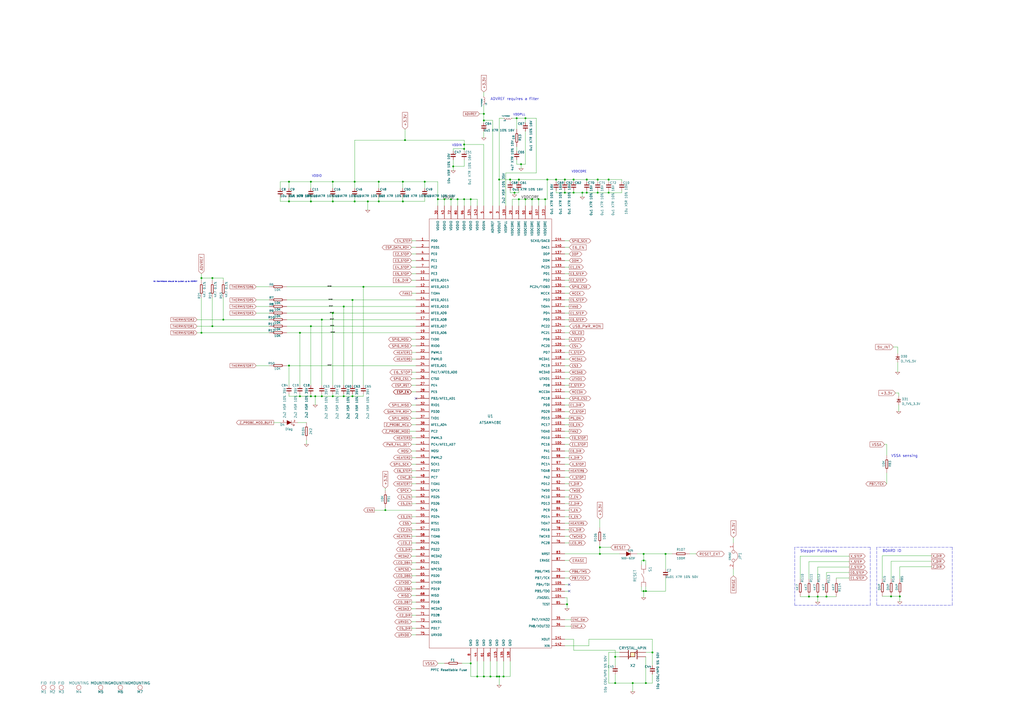
<source format=kicad_sch>
(kicad_sch (version 20211123) (generator eeschema)
  (paper "A2")
  (title_block (title "Duet 2") (date "2023-04-06") (rev "1.06") (company "Duet3D") (comment 1 "https://github.com/T3P3/Duet/blob/master/LICENSE"))
  (junction (at 167.64 105.41))
  (junction (at 223.52 295.91))
  (junction (at 182.88 229.87))
  (junction (at 374.65 342.9))
  (junction (at 340.36 111.76))
  (junction (at 312.42 115.57))
  (junction (at 180.34 105.41))
  (junction (at 205.74 116.84))
  (junction (at 233.68 116.84))
  (junction (at 213.36 116.84))
  (junction (at 346.71 104.14))
  (junction (at 373.38 321.31))
  (junction (at 337.82 111.76))
  (junction (at 347.98 321.31))
  (junction (at 116.84 193.04))
  (junction (at 180.34 229.87))
  (junction (at 273.05 384.81))
  (junction (at 327.66 111.76))
  (junction (at 123.19 161.29))
  (junction (at 276.86 392.43))
  (junction (at 316.23 115.57))
  (junction (at 262.89 96.52))
  (junction (at 219.71 116.84))
  (junction (at 347.98 317.5))
  (junction (at 299.72 68.58))
  (junction (at 300.99 104.14))
  (junction (at 234.95 81.28))
  (junction (at 199.39 229.87))
  (junction (at 308.61 115.57))
  (junction (at 261.62 115.57))
  (junction (at 295.91 104.14))
  (junction (at 292.1 392.43))
  (junction (at 210.82 166.37))
  (junction (at 516.89 345.948))
  (junction (at 317.5 104.14))
  (junction (at 180.34 189.23))
  (junction (at 116.84 161.29))
  (junction (at 273.05 115.57))
  (junction (at 167.64 212.09))
  (junction (at 367.03 396.24))
  (junction (at 289.56 104.14))
  (junction (at 288.29 392.43))
  (junction (at 173.99 229.87))
  (junction (at 386.08 321.31))
  (junction (at 265.43 115.57))
  (junction (at 193.04 105.41))
  (junction (at 469.265 346.075))
  (junction (at 300.99 115.57))
  (junction (at 123.19 189.23))
  (junction (at 373.38 342.9))
  (junction (at 340.36 104.14))
  (junction (at 327.66 104.14))
  (junction (at 304.8 68.58))
  (junction (at 356.87 381))
  (junction (at 269.24 86.36))
  (junction (at 280.67 66.04))
  (junction (at 346.71 111.76))
  (junction (at 167.64 116.84))
  (junction (at 374.65 396.24))
  (junction (at 280.67 69.85))
  (junction (at 269.24 83.82))
  (junction (at 219.71 105.41))
  (junction (at 254 115.57))
  (junction (at 205.74 105.41))
  (junction (at 193.04 181.61))
  (junction (at 322.58 104.14))
  (junction (at 304.8 115.57))
  (junction (at 353.06 104.14))
  (junction (at 199.39 177.8))
  (junction (at 186.69 185.42))
  (junction (at 129.54 185.42))
  (junction (at 233.68 105.41))
  (junction (at 280.67 392.43))
  (junction (at 328.93 350.52))
  (junction (at 284.48 392.43))
  (junction (at 302.26 95.25))
  (junction (at 373.38 325.12))
  (junction (at 298.45 111.76))
  (junction (at 474.345 346.075))
  (junction (at 193.04 229.87))
  (junction (at 521.97 345.948))
  (junction (at 332.74 104.14))
  (junction (at 173.99 193.04))
  (junction (at 269.24 115.57))
  (junction (at 246.38 105.41))
  (junction (at 204.47 173.99))
  (junction (at 289.56 392.43))
  (junction (at 353.06 111.76))
  (junction (at 257.81 115.57))
  (junction (at 204.47 229.87))
  (junction (at 479.425 346.075))
  (junction (at 378.46 378.46))
  (junction (at 180.34 116.84))
  (junction (at 332.74 111.76))
  (junction (at 356.87 396.24))
  (junction (at 186.69 229.87))
  (junction (at 193.04 116.84))
  (no_connect (at 241.3 231.14))
  (no_connect (at 330.2 339.09))
  (no_connect (at 330.2 342.9))
  (wire (pts (xy 204.47 229.87) (xy 204.47 228.6)))
  (wire (pts (xy 514.35 257.81) (xy 514.35 264.16)))
  (wire (pts (xy 241.3 154.94) (xy 238.76 154.94)))
  (wire (pts (xy 233.68 105.41) (xy 246.38 105.41)))
  (wire (pts (xy 219.71 116.84) (xy 219.71 114.3)))
  (wire (pts (xy 280.67 80.01) (xy 280.67 76.2)))
  (wire (pts (xy 241.3 322.58) (xy 238.76 322.58)))
  (wire (pts (xy 213.36 116.84) (xy 213.36 121.92)))
  (wire (pts (xy 167.64 105.41) (xy 167.64 109.22)))
  (wire (pts (xy 273.05 383.54) (xy 273.05 384.81)))
  (wire (pts (xy 347.98 316.23) (xy 347.98 317.5)))
  (wire (pts (xy 116.84 193.04) (xy 156.21 193.04)))
  (wire (pts (xy 180.34 223.52) (xy 180.34 189.23)))
  (wire (pts (xy 205.74 105.41) (xy 219.71 105.41)))
  (polyline (pts (xy 461.01 351.155) (xy 504.825 351.155)))
  (wire (pts (xy 513.08 257.81) (xy 514.35 257.81)))
  (wire (pts (xy 210.82 166.37) (xy 241.3 166.37)))
  (wire (pts (xy 238.76 265.43) (xy 241.3 265.43)))
  (wire (pts (xy 241.3 261.62) (xy 238.76 261.62)))
  (wire (pts (xy 492.76 325.755) (xy 469.265 325.755)))
  (wire (pts (xy 123.19 161.29) (xy 129.54 161.29)))
  (wire (pts (xy 156.21 181.61) (xy 148.59 181.61)))
  (wire (pts (xy 317.5 104.14) (xy 322.58 104.14)))
  (wire (pts (xy 265.43 115.57) (xy 269.24 115.57)))
  (wire (pts (xy 219.71 105.41) (xy 219.71 109.22)))
  (wire (pts (xy 173.99 229.87) (xy 180.34 229.87)))
  (wire (pts (xy 327.66 162.56) (xy 330.2 162.56)))
  (wire (pts (xy 276.86 392.43) (xy 280.67 392.43)))
  (wire (pts (xy 521.97 349.123) (xy 521.97 345.948)))
  (wire (pts (xy 327.66 299.72) (xy 330.2 299.72)))
  (wire (pts (xy 217.17 295.91) (xy 223.52 295.91)))
  (wire (pts (xy 356.87 377.19) (xy 356.87 381)))
  (wire (pts (xy 238.76 341.63) (xy 241.3 341.63)))
  (wire (pts (xy 337.82 111.76) (xy 337.82 114.3)))
  (wire (pts (xy 238.76 280.67) (xy 241.3 280.67)))
  (wire (pts (xy 374.65 378.46) (xy 378.46 378.46)))
  (wire (pts (xy 193.04 116.84) (xy 205.74 116.84)))
  (wire (pts (xy 273.05 115.57) (xy 276.86 115.57)))
  (wire (pts (xy 520.7 201.295) (xy 520.7 205.105)))
  (wire (pts (xy 204.47 173.99) (xy 241.3 173.99)))
  (wire (pts (xy 327.66 311.15) (xy 330.2 311.15)))
  (wire (pts (xy 246.38 105.41) (xy 246.38 109.22)))
  (wire (pts (xy 156.21 177.8) (xy 148.59 177.8)))
  (wire (pts (xy 167.64 228.6) (xy 167.64 229.87)))
  (wire (pts (xy 353.06 396.24) (xy 356.87 396.24)))
  (wire (pts (xy 327.66 342.9) (xy 330.2 342.9)))
  (wire (pts (xy 327.66 234.95) (xy 330.2 234.95)))
  (wire (pts (xy 116.84 161.29) (xy 123.19 161.29)))
  (wire (pts (xy 328.93 346.71) (xy 328.93 350.52)))
  (wire (pts (xy 367.03 396.24) (xy 367.03 401.32)))
  (wire (pts (xy 180.34 105.41) (xy 193.04 105.41)))
  (wire (pts (xy 284.48 392.43) (xy 284.48 383.54)))
  (wire (pts (xy 322.58 104.14) (xy 327.66 104.14)))
  (wire (pts (xy 156.21 173.99) (xy 148.59 173.99)))
  (wire (pts (xy 341.63 370.84) (xy 341.63 374.65)))
  (wire (pts (xy 312.42 115.57) (xy 312.42 119.38)))
  (wire (pts (xy 479.425 346.075) (xy 485.14 346.075)))
  (wire (pts (xy 193.04 181.61) (xy 241.3 181.61)))
  (wire (pts (xy 327.66 335.28) (xy 330.2 335.28)))
  (wire (pts (xy 238.76 356.87) (xy 241.3 356.87)))
  (wire (pts (xy 116.84 158.75) (xy 116.84 161.29)))
  (wire (pts (xy 340.36 111.76) (xy 346.71 111.76)))
  (wire (pts (xy 289.56 104.14) (xy 289.56 119.38)))
  (wire (pts (xy 374.65 342.9) (xy 374.65 340.36)))
  (wire (pts (xy 378.46 370.84) (xy 341.63 370.84)))
  (wire (pts (xy 233.68 116.84) (xy 233.68 114.3)))
  (wire (pts (xy 359.41 381) (xy 356.87 381)))
  (wire (pts (xy 332.74 105.41) (xy 332.74 104.14)))
  (wire (pts (xy 332.74 377.19) (xy 356.87 377.19)))
  (wire (pts (xy 162.56 245.11) (xy 158.75 245.11)))
  (wire (pts (xy 162.56 109.22) (xy 162.56 105.41)))
  (wire (pts (xy 223.52 283.21) (xy 223.52 284.48)))
  (wire (pts (xy 378.46 396.24) (xy 378.46 391.16)))
  (wire (pts (xy 521.335 227.965) (xy 521.335 229.87)))
  (wire (pts (xy 327.66 246.38) (xy 330.2 246.38)))
  (wire (pts (xy 116.84 172.72) (xy 116.84 193.04)))
  (wire (pts (xy 353.06 104.14) (xy 360.68 104.14)))
  (wire (pts (xy 378.46 370.84) (xy 378.46 378.46)))
  (wire (pts (xy 516.89 325.628) (xy 516.89 335.788)))
  (wire (pts (xy 257.81 384.81) (xy 254 384.81)))
  (wire (pts (xy 210.82 229.87) (xy 210.82 228.6)))
  (wire (pts (xy 241.3 200.66) (xy 238.76 200.66)))
  (wire (pts (xy 193.04 116.84) (xy 193.04 114.3)))
  (wire (pts (xy 327.66 177.8) (xy 330.2 177.8)))
  (wire (pts (xy 327.66 104.14) (xy 327.66 105.41)))
  (wire (pts (xy 327.66 265.43) (xy 330.2 265.43)))
  (wire (pts (xy 123.19 189.23) (xy 156.21 189.23)))
  (wire (pts (xy 180.34 189.23) (xy 241.3 189.23)))
  (wire (pts (xy 327.66 257.81) (xy 330.2 257.81)))
  (wire (pts (xy 474.345 346.075) (xy 469.265 346.075)))
  (wire (pts (xy 340.36 104.14) (xy 340.36 105.41)))
  (wire (pts (xy 278.13 66.04) (xy 280.67 66.04)))
  (wire (pts (xy 288.29 392.43) (xy 289.56 392.43)))
  (wire (pts (xy 238.76 334.01) (xy 241.3 334.01)))
  (wire (pts (xy 327.66 147.32) (xy 330.2 147.32)))
  (wire (pts (xy 167.64 223.52) (xy 167.64 212.09)))
  (wire (pts (xy 241.3 368.3) (xy 238.76 368.3)))
  (wire (pts (xy 186.69 223.52) (xy 186.69 185.42)))
  (wire (pts (xy 223.52 295.91) (xy 223.52 294.64)))
  (wire (pts (xy 469.265 325.755) (xy 469.265 335.915)))
  (wire (pts (xy 327.66 254) (xy 330.2 254)))
  (wire (pts (xy 425.45 314.96) (xy 425.45 311.785)))
  (wire (pts (xy 340.36 104.14) (xy 346.71 104.14)))
  (wire (pts (xy 332.74 104.14) (xy 340.36 104.14)))
  (wire (pts (xy 213.36 116.84) (xy 219.71 116.84)))
  (wire (pts (xy 241.3 238.76) (xy 238.76 238.76)))
  (wire (pts (xy 386.08 321.31) (xy 389.89 321.31)))
  (wire (pts (xy 331.47 363.22) (xy 327.66 363.22)))
  (wire (pts (xy 241.3 162.56) (xy 238.76 162.56)))
  (wire (pts (xy 374.65 396.24) (xy 378.46 396.24)))
  (wire (pts (xy 167.64 105.41) (xy 180.34 105.41)))
  (wire (pts (xy 540.385 322.453) (xy 511.81 322.453)))
  (wire (pts (xy 114.3 193.04) (xy 116.84 193.04)))
  (wire (pts (xy 269.24 83.82) (xy 269.24 86.36)))
  (wire (pts (xy 356.87 396.24) (xy 367.03 396.24)))
  (wire (pts (xy 304.8 68.58) (xy 304.8 71.12)))
  (wire (pts (xy 241.3 227.33) (xy 238.76 227.33)))
  (wire (pts (xy 241.3 353.06) (xy 238.76 353.06)))
  (wire (pts (xy 199.39 229.87) (xy 199.39 228.6)))
  (wire (pts (xy 276.86 392.43) (xy 276.86 383.54)))
  (wire (pts (xy 327.66 238.76) (xy 330.2 238.76)))
  (wire (pts (xy 246.38 116.84) (xy 246.38 114.3)))
  (wire (pts (xy 300.99 111.76) (xy 300.99 110.49)))
  (wire (pts (xy 374.65 381) (xy 374.65 396.24)))
  (wire (pts (xy 167.64 212.09) (xy 241.3 212.09)))
  (wire (pts (xy 322.58 104.14) (xy 322.58 105.41)))
  (wire (pts (xy 514.35 274.32) (xy 514.35 280.67)))
  (wire (pts (xy 300.99 105.41) (xy 300.99 104.14)))
  (wire (pts (xy 238.76 273.05) (xy 241.3 273.05)))
  (wire (pts (xy 204.47 229.87) (xy 210.82 229.87)))
  (wire (pts (xy 162.56 114.3) (xy 162.56 116.84)))
  (wire (pts (xy 521.97 345.948) (xy 516.89 345.948)))
  (wire (pts (xy 327.66 158.75) (xy 330.2 158.75)))
  (wire (pts (xy 289.56 104.14) (xy 295.91 104.14)))
  (wire (pts (xy 193.04 229.87) (xy 193.04 228.6)))
  (wire (pts (xy 298.45 111.76) (xy 300.99 111.76)))
  (wire (pts (xy 327.66 219.71) (xy 330.2 219.71)))
  (wire (pts (xy 492.76 322.58) (xy 464.185 322.58)))
  (polyline (pts (xy 552.45 317.373) (xy 508.635 317.373)))
  (wire (pts (xy 425.45 334.01) (xy 425.45 330.2)))
  (wire (pts (xy 238.76 254) (xy 241.3 254)))
  (wire (pts (xy 327.66 208.28) (xy 330.2 208.28)))
  (wire (pts (xy 327.66 242.57) (xy 330.2 242.57)))
  (wire (pts (xy 346.71 111.76) (xy 346.71 110.49)))
  (wire (pts (xy 332.74 370.84) (xy 332.74 377.19)))
  (wire (pts (xy 204.47 223.52) (xy 204.47 173.99)))
  (wire (pts (xy 295.91 104.14) (xy 295.91 105.41)))
  (wire (pts (xy 373.38 346.71) (xy 373.38 342.9)))
  (wire (pts (xy 374.65 325.12) (xy 374.65 327.66)))
  (wire (pts (xy 327.66 193.04) (xy 330.2 193.04)))
  (wire (pts (xy 186.69 229.87) (xy 186.69 228.6)))
  (wire (pts (xy 148.59 212.09) (xy 156.21 212.09)))
  (wire (pts (xy 386.08 321.31) (xy 386.08 330.2)))
  (wire (pts (xy 327.66 200.66) (xy 330.2 200.66)))
  (wire (pts (xy 372.11 340.36) (xy 372.11 342.9)))
  (wire (pts (xy 360.68 104.14) (xy 360.68 105.41)))
  (wire (pts (xy 233.68 116.84) (xy 246.38 116.84)))
  (wire (pts (xy 295.91 392.43) (xy 295.91 383.54)))
  (wire (pts (xy 238.76 196.85) (xy 241.3 196.85)))
  (wire (pts (xy 300.99 115.57) (xy 304.8 115.57)))
  (wire (pts (xy 521.97 328.803) (xy 521.97 335.788)))
  (wire (pts (xy 540.385 325.628) (xy 516.89 325.628)))
  (wire (pts (xy 308.61 115.57) (xy 312.42 115.57)))
  (wire (pts (xy 367.03 396.24) (xy 374.65 396.24)))
  (wire (pts (xy 373.38 321.31) (xy 386.08 321.31)))
  (wire (pts (xy 238.76 318.77) (xy 241.3 318.77)))
  (wire (pts (xy 300.99 119.38) (xy 300.99 115.57)))
  (wire (pts (xy 267.97 384.81) (xy 273.05 384.81)))
  (wire (pts (xy 353.06 378.46) (xy 359.41 378.46)))
  (wire (pts (xy 280.67 69.85) (xy 280.67 71.12)))
  (wire (pts (xy 297.18 68.58) (xy 299.72 68.58)))
  (wire (pts (xy 332.74 110.49) (xy 332.74 111.76)))
  (wire (pts (xy 327.66 231.14) (xy 330.2 231.14)))
  (wire (pts (xy 246.38 105.41) (xy 254 105.41)))
  (polyline (pts (xy 508.635 351.028) (xy 552.45 351.028)))
  (wire (pts (xy 123.19 161.29) (xy 123.19 162.56)))
  (wire (pts (xy 167.64 116.84) (xy 167.64 114.3)))
  (wire (pts (xy 304.8 95.25) (xy 304.8 76.2)))
  (wire (pts (xy 262.89 92.71) (xy 262.89 96.52)))
  (wire (pts (xy 327.66 181.61) (xy 330.2 181.61)))
  (wire (pts (xy 302.26 97.79) (xy 302.26 95.25)))
  (wire (pts (xy 289.56 392.43) (xy 289.56 397.51)))
  (wire (pts (xy 280.67 69.85) (xy 285.75 69.85)))
  (wire (pts (xy 304.8 115.57) (xy 304.8 119.38)))
  (wire (pts (xy 162.56 116.84) (xy 167.64 116.84)))
  (wire (pts (xy 354.33 317.5) (xy 347.98 317.5)))
  (wire (pts (xy 238.76 364.49) (xy 241.3 364.49)))
  (wire (pts (xy 372.11 342.9) (xy 373.38 342.9)))
  (wire (pts (xy 327.66 143.51) (xy 330.2 143.51)))
  (wire (pts (xy 210.82 223.52) (xy 210.82 166.37)))
  (wire (pts (xy 114.3 185.42) (xy 129.54 185.42)))
  (wire (pts (xy 327.66 250.19) (xy 330.2 250.19)))
  (wire (pts (xy 299.72 95.25) (xy 299.72 92.71)))
  (wire (pts (xy 311.15 100.33) (xy 293.37 100.33)))
  (wire (pts (xy 492.76 332.105) (xy 479.425 332.105)))
  (wire (pts (xy 341.63 374.65) (xy 327.66 374.65)))
  (wire (pts (xy 304.8 115.57) (xy 308.61 115.57)))
  (wire (pts (xy 254 115.57) (xy 254 119.38)))
  (wire (pts (xy 308.61 115.57) (xy 308.61 119.38)))
  (wire (pts (xy 241.3 360.68) (xy 238.76 360.68)))
  (wire (pts (xy 302.26 95.25) (xy 304.8 95.25)))
  (wire (pts (xy 280.67 392.43) (xy 284.48 392.43)))
  (wire (pts (xy 241.3 345.44) (xy 238.76 345.44)))
  (wire (pts (xy 280.67 66.04) (xy 280.67 69.85)))
  (wire (pts (xy 360.68 111.76) (xy 360.68 110.49)))
  (wire (pts (xy 261.62 115.57) (xy 265.43 115.57)))
  (wire (pts (xy 327.66 307.34) (xy 330.2 307.34)))
  (wire (pts (xy 254 105.41) (xy 254 115.57)))
  (polyline (pts (xy 552.45 351.028) (xy 552.45 317.373)))
  (wire (pts (xy 295.91 111.76) (xy 298.45 111.76)))
  (wire (pts (xy 330.2 166.37) (xy 327.66 166.37)))
  (wire (pts (xy 180.34 229.87) (xy 182.88 229.87)))
  (wire (pts (xy 262.89 96.52) (xy 262.89 99.06)))
  (wire (pts (xy 327.66 196.85) (xy 330.2 196.85)))
  (wire (pts (xy 300.99 104.14) (xy 317.5 104.14)))
  (wire (pts (xy 289.56 392.43) (xy 292.1 392.43)))
  (wire (pts (xy 166.37 193.04) (xy 173.99 193.04)))
  (wire (pts (xy 241.3 299.72) (xy 238.76 299.72)))
  (wire (pts (xy 327.66 227.33) (xy 330.2 227.33)))
  (wire (pts (xy 173.99 223.52) (xy 173.99 193.04)))
  (wire (pts (xy 205.74 105.41) (xy 205.74 109.22)))
  (wire (pts (xy 269.24 115.57) (xy 273.05 115.57)))
  (wire (pts (xy 193.04 223.52) (xy 193.04 181.61)))
  (wire (pts (xy 166.37 173.99) (xy 204.47 173.99)))
  (wire (pts (xy 238.76 349.25) (xy 241.3 349.25)))
  (wire (pts (xy 238.76 303.53) (xy 241.3 303.53)))
  (wire (pts (xy 373.38 342.9) (xy 374.65 342.9)))
  (wire (pts (xy 327.66 350.52) (xy 328.93 350.52)))
  (wire (pts (xy 304.8 68.58) (xy 311.15 68.58)))
  (wire (pts (xy 327.66 173.99) (xy 330.2 173.99)))
  (wire (pts (xy 327.66 212.09) (xy 330.2 212.09)))
  (wire (pts (xy 241.3 215.9) (xy 238.76 215.9)))
  (wire (pts (xy 241.3 223.52) (xy 238.76 223.52)))
  (wire (pts (xy 167.64 229.87) (xy 173.99 229.87)))
  (wire (pts (xy 288.29 392.43) (xy 288.29 383.54)))
  (wire (pts (xy 327.66 189.23) (xy 330.2 189.23)))
  (wire (pts (xy 327.66 261.62) (xy 330.2 261.62)))
  (wire (pts (xy 297.18 119.38) (xy 297.18 115.57)))
  (wire (pts (xy 166.37 185.42) (xy 186.69 185.42)))
  (wire (pts (xy 182.88 229.87) (xy 186.69 229.87)))
  (wire (pts (xy 327.66 223.52) (xy 330.2 223.52)))
  (wire (pts (xy 295.91 110.49) (xy 295.91 111.76)))
  (wire (pts (xy 322.58 111.76) (xy 327.66 111.76)))
  (wire (pts (xy 238.76 219.71) (xy 241.3 219.71)))
  (wire (pts (xy 234.95 81.28) (xy 269.24 81.28)))
  (wire (pts (xy 347.98 317.5) (xy 347.98 321.31)))
  (wire (pts (xy 372.11 327.66) (xy 372.11 325.12)))
  (wire (pts (xy 193.04 229.87) (xy 199.39 229.87)))
  (wire (pts (xy 327.66 346.71) (xy 328.93 346.71)))
  (wire (pts (xy 261.62 115.57) (xy 261.62 119.38)))
  (wire (pts (xy 378.46 378.46) (xy 378.46 386.08)))
  (wire (pts (xy 238.76 326.39) (xy 241.3 326.39)))
  (wire (pts (xy 327.66 284.48) (xy 330.2 284.48)))
  (wire (pts (xy 238.76 234.95) (xy 241.3 234.95)))
  (wire (pts (xy 199.39 177.8) (xy 241.3 177.8)))
  (wire (pts (xy 280.67 60.96) (xy 280.67 66.04)))
  (wire (pts (xy 520.7 210.185) (xy 520.7 215.9)))
  (wire (pts (xy 327.66 215.9) (xy 330.2 215.9)))
  (wire (pts (xy 327.66 295.91) (xy 330.2 295.91)))
  (wire (pts (xy 298.45 111.76) (xy 298.45 113.03)))
  (wire (pts (xy 238.76 151.13) (xy 241.3 151.13)))
  (wire (pts (xy 372.11 325.12) (xy 373.38 325.12)))
  (wire (pts (xy 129.54 161.29) (xy 129.54 162.56)))
  (wire (pts (xy 311.15 68.58) (xy 311.15 100.33)))
  (wire (pts (xy 238.76 288.29) (xy 241.3 288.29)))
  (wire (pts (xy 205.74 116.84) (xy 213.36 116.84)))
  (wire (pts (xy 330.2 269.24) (xy 327.66 269.24)))
  (wire (pts (xy 474.345 328.93) (xy 474.345 335.915)))
  (wire (pts (xy 327.66 303.53) (xy 330.2 303.53)))
  (wire (pts (xy 182.88 229.87) (xy 182.88 234.95)))
  (wire (pts (xy 373.38 325.12) (xy 374.65 325.12)))
  (wire (pts (xy 521.335 234.95) (xy 521.335 238.76)))
  (wire (pts (xy 327.66 273.05) (xy 330.2 273.05)))
  (wire (pts (xy 347.98 300.99) (xy 347.98 306.07)))
  (wire (pts (xy 353.06 111.76) (xy 360.68 111.76)))
  (wire (pts (xy 331.47 359.41) (xy 327.66 359.41)))
  (wire (pts (xy 166.37 166.37) (xy 210.82 166.37)))
  (wire (pts (xy 340.36 111.76) (xy 340.36 110.49)))
  (wire (pts (xy 511.81 322.453) (xy 511.81 335.788)))
  (wire (pts (xy 186.69 229.87) (xy 193.04 229.87)))
  (wire (pts (xy 241.3 269.24) (xy 238.76 269.24)))
  (wire (pts (xy 205.74 81.28) (xy 234.95 81.28)))
  (wire (pts (xy 241.3 257.81) (xy 238.76 257.81)))
  (wire (pts (xy 254 115.57) (xy 257.81 115.57)))
  (wire (pts (xy 241.3 147.32) (xy 238.76 147.32)))
  (wire (pts (xy 269.24 86.36) (xy 269.24 87.63)))
  (wire (pts (xy 332.74 111.76) (xy 337.82 111.76)))
  (wire (pts (xy 273.05 384.81) (xy 273.05 392.43)))
  (wire (pts (xy 299.72 87.63) (xy 299.72 85.09)))
  (wire (pts (xy 327.66 339.09) (xy 330.2 339.09)))
  (wire (pts (xy 241.3 307.34) (xy 238.76 307.34)))
  (wire (pts (xy 479.425 332.105) (xy 479.425 335.915)))
  (wire (pts (xy 327.66 276.86) (xy 330.2 276.86)))
  (wire (pts (xy 356.87 381) (xy 356.87 386.08)))
  (wire (pts (xy 337.82 111.76) (xy 340.36 111.76)))
  (wire (pts (xy 167.64 116.84) (xy 180.34 116.84)))
  (wire (pts (xy 177.8 245.11) (xy 172.72 245.11)))
  (wire (pts (xy 327.66 314.96) (xy 330.2 314.96)))
  (wire (pts (xy 327.66 321.31) (xy 347.98 321.31)))
  (wire (pts (xy 353.06 111.76) (xy 353.06 110.49)))
  (wire (pts (xy 241.3 337.82) (xy 238.76 337.82)))
  (wire (pts (xy 474.345 349.25) (xy 474.345 346.075)))
  (wire (pts (xy 516.89 345.948) (xy 511.81 345.948)))
  (wire (pts (xy 485.14 335.915) (xy 485.14 335.28)))
  (wire (pts (xy 241.3 208.28) (xy 238.76 208.28)))
  (wire (pts (xy 374.65 342.9) (xy 386.08 342.9)))
  (wire (pts (xy 205.74 116.84) (xy 205.74 114.3)))
  (wire (pts (xy 353.06 396.24) (xy 353.06 378.46)))
  (wire (pts (xy 241.3 292.1) (xy 238.76 292.1)))
  (wire (pts (xy 234.95 81.28) (xy 234.95 74.93)))
  (wire (pts (xy 199.39 229.87) (xy 204.47 229.87)))
  (wire (pts (xy 238.76 242.57) (xy 241.3 242.57)))
  (wire (pts (xy 241.3 276.86) (xy 238.76 276.86)))
  (wire (pts (xy 346.71 111.76) (xy 353.06 111.76)))
  (wire (pts (xy 295.91 104.14) (xy 300.99 104.14)))
  (polyline (pts (xy 461.01 317.5) (xy 461.01 351.155)))
  (wire (pts (xy 129.54 185.42) (xy 156.21 185.42)))
  (wire (pts (xy 276.86 115.57) (xy 276.86 119.38)))
  (wire (pts (xy 238.76 311.15) (xy 241.3 311.15)))
  (wire (pts (xy 386.08 342.9) (xy 386.08 335.28)))
  (wire (pts (xy 269.24 96.52) (xy 262.89 96.52)))
  (wire (pts (xy 485.14 335.28) (xy 492.76 335.28)))
  (wire (pts (xy 327.66 331.47) (xy 330.2 331.47)))
  (polyline (pts (xy 508.635 317.373) (xy 508.635 351.028)))
  (wire (pts (xy 292.1 392.43) (xy 292.1 383.54)))
  (wire (pts (xy 116.84 161.29) (xy 116.84 162.56)))
  (wire (pts (xy 403.86 321.31) (xy 400.05 321.31)))
  (wire (pts (xy 327.66 139.7) (xy 330.2 139.7)))
  (wire (pts (xy 241.3 314.96) (xy 238.76 314.96)))
  (wire (pts (xy 317.5 115.57) (xy 317.5 104.14)))
  (wire (pts (xy 353.06 104.14) (xy 353.06 105.41)))
  (wire (pts (xy 269.24 115.57) (xy 269.24 119.38)))
  (wire (pts (xy 328.93 350.52) (xy 328.93 353.06)))
  (wire (pts (xy 219.71 116.84) (xy 233.68 116.84)))
  (wire (pts (xy 327.66 280.67) (xy 330.2 280.67)))
  (wire (pts (xy 280.67 392.43) (xy 280.67 383.54)))
  (wire (pts (xy 346.71 104.14) (xy 346.71 105.41)))
  (wire (pts (xy 262.89 87.63) (xy 262.89 86.36)))
  (wire (pts (xy 180.34 116.84) (xy 193.04 116.84)))
  (wire (pts (xy 289.56 68.58) (xy 292.1 68.58)))
  (wire (pts (xy 464.185 322.58) (xy 464.185 335.915)))
  (wire (pts (xy 356.87 396.24) (xy 356.87 391.16)))
  (wire (pts (xy 299.72 95.25) (xy 302.26 95.25)))
  (wire (pts (xy 166.37 181.61) (xy 193.04 181.61)))
  (wire (pts (xy 166.37 189.23) (xy 180.34 189.23)))
  (wire (pts (xy 180.34 229.87) (xy 180.34 228.6)))
  (wire (pts (xy 285.75 69.85) (xy 285.75 119.38)))
  (wire (pts (xy 237.49 250.19) (xy 241.3 250.19)))
  (wire (pts (xy 327.66 204.47) (xy 330.2 204.47)))
  (wire (pts (xy 316.23 119.38) (xy 316.23 115.57)))
  (wire (pts (xy 327.66 185.42) (xy 330.2 185.42)))
  (wire (pts (xy 205.74 81.28) (xy 205.74 105.41)))
  (wire (pts (xy 238.76 204.47) (xy 241.3 204.47)))
  (wire (pts (xy 238.76 158.75) (xy 241.3 158.75)))
  (wire (pts (xy 114.3 189.23) (xy 123.19 189.23)))
  (wire (pts (xy 327.66 104.14) (xy 332.74 104.14)))
  (wire (pts (xy 166.37 177.8) (xy 199.39 177.8)))
  (wire (pts (xy 129.54 172.72) (xy 129.54 185.42)))
  (wire (pts (xy 327.66 292.1) (xy 330.2 292.1)))
  (wire (pts (xy 519.43 227.965) (xy 521.335 227.965)))
  (wire (pts (xy 223.52 295.91) (xy 241.3 295.91)))
  (wire (pts (xy 327.66 288.29) (xy 330.2 288.29)))
  (wire (pts (xy 199.39 223.52) (xy 199.39 177.8)))
  (wire (pts (xy 299.72 68.58) (xy 304.8 68.58)))
  (wire (pts (xy 233.68 105.41) (xy 233.68 109.22)))
  (wire (pts (xy 273.05 392.43) (xy 276.86 392.43)))
  (wire (pts (xy 193.04 105.41) (xy 193.04 109.22)))
  (wire (pts (xy 238.76 143.51) (xy 241.3 143.51)))
  (wire (pts (xy 156.21 166.37) (xy 148.59 166.37)))
  (wire (pts (xy 166.37 212.09) (xy 167.64 212.09)))
  (wire (pts (xy 280.67 83.82) (xy 269.24 83.82)))
  (wire (pts (xy 269.24 96.52) (xy 269.24 92.71)))
  (wire (pts (xy 474.345 346.075) (xy 479.425 346.075)))
  (wire (pts (xy 269.24 81.28) (xy 269.24 83.82)))
  (wire (pts (xy 327.66 370.84) (xy 332.74 370.84)))
  (wire (pts (xy 346.71 104.14) (xy 353.06 104.14)))
  (wire (pts (xy 322.58 110.49) (xy 322.58 111.76)))
  (wire (pts (xy 273.05 115.57) (xy 273.05 119.38)))
  (wire (pts (xy 162.56 105.41) (xy 167.64 105.41)))
  (wire (pts (xy 369.57 321.31) (xy 373.38 321.31)))
  (wire (pts (xy 327.66 151.13) (xy 330.2 151.13)))
  (wire (pts (xy 262.89 86.36) (xy 269.24 86.36)))
  (wire (pts (xy 284.48 392.43) (xy 288.29 392.43)))
  (wire (pts (xy 241.3 330.2) (xy 238.76 330.2)))
  (wire (pts (xy 173.99 229.87) (xy 173.99 228.6)))
  (wire (pts (xy 347.98 321.31) (xy 359.41 321.31)))
  (wire (pts (xy 299.72 74.93) (xy 299.72 68.58)))
  (wire (pts (xy 257.81 115.57) (xy 261.62 115.57)))
  (wire (pts (xy 540.385 328.803) (xy 521.97 328.803)))
  (wire (pts (xy 173.99 193.04) (xy 241.3 193.04)))
  (wire (pts (xy 312.42 115.57) (xy 316.23 115.57)))
  (wire (pts (xy 292.1 392.43) (xy 295.91 392.43)))
  (wire (pts (xy 469.265 346.075) (xy 464.185 346.075)))
  (wire (pts (xy 257.81 119.38) (xy 257.81 115.57)))
  (wire (pts (xy 330.2 154.94) (xy 327.66 154.94)))
  (wire (pts (xy 518.16 201.295) (xy 520.7 201.295)))
  (wire (pts (xy 327.66 170.18) (xy 330.2 170.18)))
  (wire (pts (xy 293.37 100.33) (xy 293.37 119.38)))
  (wire (pts (xy 289.56 68.58) (xy 289.56 104.14)))
  (wire (pts (xy 177.8 257.81) (xy 177.8 255.27)))
  (wire (pts (xy 241.3 170.18) (xy 238.76 170.18)))
  (wire (pts (xy 186.69 185.42) (xy 241.3 185.42)))
  (wire (pts (xy 265.43 115.57) (xy 265.43 119.38)))
  (wire (pts (xy 241.3 139.7) (xy 238.76 139.7)))
  (wire (pts (xy 280.67 83.82) (xy 280.67 119.38)))
  (wire (pts (xy 327.66 111.76) (xy 327.66 110.49)))
  (wire (pts (xy 123.19 172.72) (xy 123.19 189.23)))
  (wire (pts (xy 280.67 55.88) (xy 280.67 53.34)))
  (wire (pts (xy 316.23 115.57) (xy 317.5 115.57)))
  (wire (pts (xy 327.66 111.76) (xy 332.74 111.76)))
  (wire (pts (xy 219.71 105.41) (xy 233.68 105.41)))
  (polyline (pts (xy 504.825 317.5) (xy 461.01 317.5)))
  (wire (pts (xy 297.18 115.57) (xy 300.99 115.57)))
  (wire (pts (xy 327.66 325.12) (xy 330.2 325.12)))
  (wire (pts (xy 241.3 246.38) (xy 238.76 246.38)))
  (polyline (pts (xy 504.825 351.155) (xy 504.825 317.5)))
  (wire (pts (xy 180.34 116.84) (xy 180.34 114.3)))
  (wire (pts (xy 241.3 284.48) (xy 238.76 284.48)))
  (wire (pts (xy 492.76 328.93) (xy 474.345 328.93)))
  (wire (pts (xy 180.34 105.41) (xy 180.34 109.22)))
  (wire (pts (xy 193.04 105.41) (xy 205.74 105.41)))
  (wire (pts (xy 373.38 321.31) (xy 373.38 325.12)))
  (text "Stepper Pulldowns" (at 464.185 320.675 0) (effects (font (size 1.524 1.524)) (justify left bottom)))
  (text "VDDPLL" (at 304.8 67.31 180) (effects (font (size 1.27 1.27)) (justify right bottom)))
  (text "All thermistors should be pulled up to ADVREF\n" (at 88.9 163.83 0) (effects (font (size 0.7112 0.7112)) (justify left bottom)))
  (text "BOARD ID" (at 511.81 320.548 0) (effects (font (size 1.524 1.524)) (justify left bottom)))
  (text "VDDIN" (at 267.97 85.09 180) (effects (font (size 1.27 1.27)) (justify right bottom)))
  (text "VDDCORE" (at 340.36 100.33 180) (effects (font (size 1.27 1.27)) (justify right bottom)))
  (text "ADVREF requires a filter" (at 284.48 58.42 0) (effects (font (size 1.524 1.524)) (justify left bottom)))
  (text "VDDIO" (at 186.69 102.87 180) (effects (font (size 1.27 1.27)) (justify right bottom)))
  (text "VSSA sensing" (at 516.89 265.43 0) (effects (font (size 1.524 1.524)) (justify left bottom)))
  (label "temp6" (at 189.865 166.37 0) (effects (font (size 0.5 0.5))))
  (label "temp2" (at 191.262 185.42 0) (effects (font (size 0.5 0.5))))
  (label "temp4" (at 190.754 177.8 0) (effects (font (size 0.5 0.5))))
  (label "temp5" (at 190.5 173.99 0) (effects (font (size 0.5 0.5))))
  (label "VDDCORE" (at 302.26 115.57 0) (effects (font (size 1.524 1.524))))
  (label "temp0" (at 191.77 193.04 0) (effects (font (size 0.5 0.5))))
  (label "temp7" (at 189.992 212.09 0) (effects (font (size 0.5 0.5))))
  (label "VDDIO" (at 256.54 115.57 0) (effects (font (size 1.524 1.524))))
  (label "temp1" (at 191.516 189.23 0) (effects (font (size 0.5 0.5))))
  (label "temp3" (at 191.262 181.61 0) (effects (font (size 0.5 0.5))))
  (global_label "MCCK" (shape bidirectional) (at 330.2 170.18 0) (property "Intersheet References" "${INTERSHEET_REFS}" (effects hide)))
  (global_label "HEATER5" (shape output) (at 330.2 303.53 0) (property "Intersheet References" "${INTERSHEET_REFS}" (effects hide)))
  (global_label "CS4" (shape bidirectional) (at 330.2 200.66 0) (property "Intersheet References" "${INTERSHEET_REFS}" (effects hide)))
  (global_label "LCD_RS" (shape output) (at 330.2 314.96 0) (property "Intersheet References" "${INTERSHEET_REFS}" (effects hide)))
  (global_label "THERMISTOR3" (shape input) (at 148.59 181.61 180) (property "Intersheet References" "${INTERSHEET_REFS}" (effects hide)))
  (global_label "E6_EN" (shape input) (at 330.2 143.51 0) (effects (font (size 1.524 1.524))) (property "Intersheet References" "${INTERSHEET_REFS}" (effects hide)))
  (global_label "USB_PWR_MON" (shape input) (at 330.2 189.23 0) (effects (font (size 1.524 1.524))) (property "Intersheet References" "${INTERSHEET_REFS}" (effects hide)))
  (global_label "HEATER7" (shape output) (at 238.76 280.67 180) (property "Intersheet References" "${INTERSHEET_REFS}" (effects hide)))
  (global_label "+3.3V" (shape input) (at 425.45 311.785 90) (effects (font (size 1.524 1.524))) (property "Intersheet References" "${INTERSHEET_REFS}" (effects hide)))
  (global_label "Z_STOP" (shape input) (at 330.2 238.76 0) (property "Intersheet References" "${INTERSHEET_REFS}" (effects hide)))
  (global_label "TWD0" (shape bidirectional) (at 330.2 284.48 0) (property "Intersheet References" "${INTERSHEET_REFS}" (effects hide)))
  (global_label "E0_DIR" (shape output) (at 330.2 261.62 0) (property "Intersheet References" "${INTERSHEET_REFS}" (effects hide)))
  (global_label "UTXD1" (shape bidirectional) (at 330.2 219.71 0) (property "Intersheet References" "${INTERSHEET_REFS}" (effects hide)))
  (global_label "MCCDA" (shape bidirectional) (at 330.2 227.33 0) (property "Intersheet References" "${INTERSHEET_REFS}" (effects hide)))
  (global_label "URXD0" (shape bidirectional) (at 238.76 368.3 180) (property "Intersheet References" "${INTERSHEET_REFS}" (effects hide)))
  (global_label "Y_EN" (shape output) (at 330.2 295.91 0) (property "Intersheet References" "${INTERSHEET_REFS}" (effects hide)))
  (global_label "Y_DIR" (shape output) (at 330.2 280.67 0) (property "Intersheet References" "${INTERSHEET_REFS}" (effects hide)))
  (global_label "THERMISTOR1" (shape input) (at 114.3 189.23 180) (property "Intersheet References" "${INTERSHEET_REFS}" (effects hide)))
  (global_label "SPI1_MOSI" (shape bidirectional) (at 238.76 242.57 180) (property "Intersheet References" "${INTERSHEET_REFS}" (effects hide)))
  (global_label "E1_STEP" (shape output) (at 492.76 335.28 0) (property "Intersheet References" "${INTERSHEET_REFS}" (effects hide)))
  (global_label "PS_ON" (shape output) (at 330.2 242.57 0) (property "Intersheet References" "${INTERSHEET_REFS}" (effects hide)))
  (global_label "VSSA" (shape input) (at 513.08 257.81 180) (effects (font (size 1.524 1.524))) (property "Intersheet References" "${INTERSHEET_REFS}" (effects hide)))
  (global_label "ADVREF" (shape input) (at 116.84 158.75 90) (effects (font (size 1.524 1.524))) (property "Intersheet References" "${INTERSHEET_REFS}" (effects hide)))
  (global_label "TWCK0" (shape bidirectional) (at 330.2 311.15 0) (property "Intersheet References" "${INTERSHEET_REFS}" (effects hide)))
  (global_label "5V_INT" (shape input) (at 518.16 201.295 180) (effects (font (size 1.524 1.524))) (property "Intersheet References" "${INTERSHEET_REFS}" (effects hide)))
  (global_label "HEATER6" (shape output) (at 330.2 273.05 0) (property "Intersheet References" "${INTERSHEET_REFS}" (effects hide)))
  (global_label "ESP_EN" (shape bidirectional) (at 238.76 227.33 180) (property "Intersheet References" "${INTERSHEET_REFS}" (effects hide)))
  (global_label "E4_DIR" (shape output) (at 330.2 307.34 0) (property "Intersheet References" "${INTERSHEET_REFS}" (effects hide)))
  (global_label "NPCS0" (shape bidirectional) (at 238.76 330.2 180) (property "Intersheet References" "${INTERSHEET_REFS}" (effects hide)))
  (global_label "Y_STEP" (shape output) (at 330.2 204.47 0) (property "Intersheet References" "${INTERSHEET_REFS}" (effects hide)))
  (global_label "ESP_RST" (shape bidirectional) (at 238.76 223.52 180) (property "Intersheet References" "${INTERSHEET_REFS}" (effects hide)))
  (global_label "E0_STEP" (shape output) (at 330.2 185.42 0) (property "Intersheet References" "${INTERSHEET_REFS}" (effects hide)))
  (global_label "Z_STEP" (shape output) (at 330.2 223.52 0) (property "Intersheet References" "${INTERSHEET_REFS}" (effects hide)))
  (global_label "E1_DIR" (shape output) (at 330.2 234.95 0) (property "Intersheet References" "${INTERSHEET_REFS}" (effects hide)))
  (global_label "Z_STEP" (shape output) (at 492.76 328.93 0) (property "Intersheet References" "${INTERSHEET_REFS}" (effects hide)))
  (global_label "PWR_FAIL_DET" (shape bidirectional) (at 238.76 257.81 180) (property "Intersheet References" "${INTERSHEET_REFS}" (effects hide)))
  (global_label "MOSI" (shape bidirectional) (at 238.76 261.62 180) (property "Intersheet References" "${INTERSHEET_REFS}" (effects hide)))
  (global_label "SPI1_MISO" (shape bidirectional) (at 238.76 234.95 180) (property "Intersheet References" "${INTERSHEET_REFS}" (effects hide)))
  (global_label "E6_STOP" (shape output) (at 238.76 215.9 180) (effects (font (size 1.524 1.524))) (property "Intersheet References" "${INTERSHEET_REFS}" (effects hide)))
  (global_label "ENN" (shape output) (at 217.17 295.91 180) (property "Intersheet References" "${INTERSHEET_REFS}" (effects hide)))
  (global_label "LCD_DB7" (shape output) (at 238.76 349.25 180) (property "Intersheet References" "${INTERSHEET_REFS}" (effects hide)))
  (global_label "+3.3V" (shape input) (at 519.43 227.965 180) (effects (font (size 1.524 1.524))) (property "Intersheet References" "${INTERSHEET_REFS}" (effects hide)))
  (global_label "X_DIR" (shape output) (at 330.2 265.43 0) (property "Intersheet References" "${INTERSHEET_REFS}" (effects hide)))
  (global_label "FAN2" (shape output) (at 330.2 250.19 0) (property "Intersheet References" "${INTERSHEET_REFS}" (effects hide)))
  (global_label "SD_CD" (shape input) (at 330.2 193.04 0) (property "Intersheet References" "${INTERSHEET_REFS}" (effects hide)))
  (global_label "E1_STEP" (shape output) (at 330.2 181.61 0) (property "Intersheet References" "${INTERSHEET_REFS}" (effects hide)))
  (global_label "THERMISTOR4" (shape input) (at 148.59 177.8 180) (property "Intersheet References" "${INTERSHEET_REFS}" (effects hide)))
  (global_label "PB6/TMS" (shape bidirectional) (at 330.2 331.47 0) (property "Intersheet References" "${INTERSHEET_REFS}" (effects hide)))
  (global_label "MISO" (shape bidirectional) (at 238.76 345.44 180) (property "Intersheet References" "${INTERSHEET_REFS}" (effects hide)))
  (global_label "THERMISTOR7" (shape input) (at 148.59 212.09 180) (property "Intersheet References" "${INTERSHEET_REFS}" (effects hide)))
  (global_label "VSSA" (shape input) (at 254 384.81 180) (effects (font (size 1.524 1.524))) (property "Intersheet References" "${INTERSHEET_REFS}" (effects hide)))
  (global_label "E5_STEP" (shape output) (at 330.2 173.99 0) (property "Intersheet References" "${INTERSHEET_REFS}" (effects hide)))
  (global_label "ENC_A" (shape output) (at 331.47 363.22 0) (property "Intersheet References" "${INTERSHEET_REFS}" (effects hide)))
  (global_label "FAN0" (shape output) (at 330.2 177.8 0) (property "Intersheet References" "${INTERSHEET_REFS}" (effects hide)))
  (global_label "RESET" (shape bidirectional) (at 354.33 317.5 0) (effects (font (size 1.524 1.524))) (property "Intersheet References" "${INTERSHEET_REFS}" (effects hide)))
  (global_label "X_STEP" (shape output) (at 330.2 196.85 0) (property "Intersheet References" "${INTERSHEET_REFS}" (effects hide)))
  (global_label "Y_STEP" (shape output) (at 492.76 325.755 0) (property "Intersheet References" "${INTERSHEET_REFS}" (effects hide)))
  (global_label "Z_EN" (shape output) (at 330.2 288.29 0) (property "Intersheet References" "${INTERSHEET_REFS}" (effects hide)))
  (global_label "E3_DIR" (shape output) (at 238.76 318.77 180) (property "Intersheet References" "${INTERSHEET_REFS}" (effects hide)))
  (global_label "HEATER4" (shape output) (at 238.76 311.15 180) (property "Intersheet References" "${INTERSHEET_REFS}" (effects hide)))
  (global_label "E5_STOP" (shape input) (at 238.76 158.75 180) (property "Intersheet References" "${INTERSHEET_REFS}" (effects hide)))
  (global_label "E6_DIR" (shape input) (at 238.76 162.56 180) (effects (font (size 1.524 1.524))) (property "Intersheet References" "${INTERSHEET_REFS}" (effects hide)))
  (global_label "+3.3V" (shape input) (at 234.95 74.93 90) (effects (font (size 1.524 1.524))) (property "Intersheet References" "${INTERSHEET_REFS}" (effects hide)))
  (global_label "CS5" (shape bidirectional) (at 238.76 303.53 180) (property "Intersheet References" "${INTERSHEET_REFS}" (effects hide)))
  (global_label "SPCK" (shape bidirectional) (at 238.76 284.48 180) (property "Intersheet References" "${INTERSHEET_REFS}" (effects hide)))
  (global_label "SPI0_CS1" (shape bidirectional) (at 238.76 219.71 180) (property "Intersheet References" "${INTERSHEET_REFS}" (effects hide)))
  (global_label "CS3" (shape bidirectional) (at 330.2 212.09 0) (property "Intersheet References" "${INTERSHEET_REFS}" (effects hide)))
  (global_label "HEATER0" (shape output) (at 238.76 208.28 180) (property "Intersheet References" "${INTERSHEET_REFS}" (effects hide)))
  (global_label "X_STEP" (shape output) (at 492.76 322.58 0) (property "Intersheet References" "${INTERSHEET_REFS}" (effects hide)))
  (global_label "+3.3V" (shape input) (at 223.52 283.21 90) (effects (font (size 1.524 1.524))) (property "Intersheet References" "${INTERSHEET_REFS}" (effects hide)))
  (global_label "E1_EN" (shape output) (at 330.2 154.94 0) (property "Intersheet References" "${INTERSHEET_REFS}" (effects hide)))
  (global_label "MCDA3" (shape bidirectional) (at 238.76 353.06 180) (property "Intersheet References" "${INTERSHEET_REFS}" (effects hide)))
  (global_label "Y_DIR" (shape output) (at 540.385 325.628 0) (property "Intersheet References" "${INTERSHEET_REFS}" (effects hide)))
  (global_label "SPI0_MOSI" (shape bidirectional) (at 238.76 196.85 180) (property "Intersheet References" "${INTERSHEET_REFS}" (effects hide)))
  (global_label "LCD_DB6" (shape output) (at 238.76 341.63 180) (property "Intersheet References" "${INTERSHEET_REFS}" (effects hide)))
  (global_label "Z_DIR" (shape output) (at 330.2 292.1 0) (property "Intersheet References" "${INTERSHEET_REFS}" (effects hide)))
  (global_label "THERMISTOR0" (shape input) (at 114.3 193.04 180) (property "Intersheet References" "${INTERSHEET_REFS}" (effects hide)))
  (global_label "MCDA0" (shape bidirectional) (at 330.2 215.9 0) (property "Intersheet References" "${INTERSHEET_REFS}" (effects hide)))
  (global_label "Z_PROBE_MCU" (shape input) (at 238.76 246.38 180) (property "Intersheet References" "${INTERSHEET_REFS}" (effects hide)))
  (global_label "THERMISTOR5" (shape input) (at 148.59 173.99 180) (property "Intersheet References" "${INTERSHEET_REFS}" (effects hide)))
  (global_label "E2_EN" (shape output) (at 238.76 307.34 180) (property "Intersheet References" "${INTERSHEET_REFS}" (effects hide)))
  (global_label "MCDA2" (shape bidirectional) (at 238.76 322.58 180) (property "Intersheet References" "${INTERSHEET_REFS}" (effects hide)))
  (global_label "UTXD0" (shape bidirectional) (at 238.76 337.82 180) (property "Intersheet References" "${INTERSHEET_REFS}" (effects hide)))
  (global_label "ADVREF" (shape input) (at 278.13 66.04 180) (property "Intersheet References" "${INTERSHEET_REFS}" (effects hide)))
  (global_label "ERASE" (shape input) (at 330.2 325.12 0) (effects (font (size 1.524 1.524))) (property "Intersheet References" "${INTERSHEET_REFS}" (effects hide)))
  (global_label "E0_STOP" (shape input) (at 330.2 254 0) (property "Intersheet References" "${INTERSHEET_REFS}" (effects hide)))
  (global_label "X_STOP" (shape input) (at 330.2 269.24 0) (property "Intersheet References" "${INTERSHEET_REFS}" (effects hide)))
  (global_label "E1_STOP" (shape input) (at 330.2 257.81 0) (property "Intersheet References" "${INTERSHEET_REFS}" (effects hide)))
  (global_label "E0_EN" (shape output) (at 330.2 246.38 0) (property "Intersheet References" "${INTERSHEET_REFS}" (effects hide)))
  (global_label "SPI0_MISO" (shape bidirectional) (at 238.76 200.66 180) (property "Intersheet References" "${INTERSHEET_REFS}" (effects hide)))
  (global_label "PB7/TCK" (shape bidirectional) (at 330.2 335.28 0) (property "Intersheet References" "${INTERSHEET_REFS}" (effects hide)))
  (global_label "Z_DIR" (shape output) (at 540.385 328.803 0) (property "Intersheet References" "${INTERSHEET_REFS}" (effects hide)))
  (global_label "PB7/TCK" (shape bidirectional) (at 514.35 280.67 180) (property "Intersheet References" "${INTERSHEET_REFS}" (effects hide)))
  (global_label "THERMISTOR2" (shape input) (at 114.3 185.42 180) (property "Intersheet References" "${INTERSHEET_REFS}" (effects hide)))
  (global_label "Y_STOP" (shape input) (at 330.2 276.86 0) (property "Intersheet References" "${INTERSHEET_REFS}" (effects hide)))
  (global_label "+3.3V" (shape input) (at 280.67 53.34 90) (effects (font (size 1.524 1.524))) (property "Intersheet References" "${INTERSHEET_REFS}" (effects hide)))
  (global_label "SAM_TFR_RDY" (shape bidirectional) (at 238.76 238.76 180) (property "Intersheet References" "${INTERSHEET_REFS}" (effects hide)))
  (global_label "E4_STEP" (shape output) (at 238.76 139.7 180) (property "Intersheet References" "${INTERSHEET_REFS}" (effects hide)))
  (global_label "HEATER2" (shape output) (at 238.76 265.43 180) (property "Intersheet References" "${INTERSHEET_REFS}" (effects hide)))
  (global_label "HEATER3" (shape output) (at 238.76 254 180) (property "Intersheet References" "${INTERSHEET_REFS}" (effects hide)))
  (global_label "SPI0_CS2" (shape bidirectional) (at 330.2 231.14 0) (property "Intersheet References" "${INTERSHEET_REFS}" (effects hide)))
  (global_label "ENC_B" (shape output) (at 238.76 276.86 180) (property "Intersheet References" "${INTERSHEET_REFS}" (effects hide)))
  (global_label "ESP_DATA_RDY" (shape bidirectional) (at 238.76 143.51 180) (property "Intersheet References" "${INTERSHEET_REFS}" (effects hide)))
  (global_label "FAN1" (shape output) (at 238.76 170.18 180) (property "Intersheet References" "${INTERSHEET_REFS}" (effects hide)))
  (global_label "MCDA1" (shape bidirectional) (at 330.2 208.28 0) (property "Intersheet References" "${INTERSHEET_REFS}" (effects hide)))
  (global_label "+3.3V" (shape input) (at 347.98 300.99 90) (effects (font (size 1.524 1.524))) (property "Intersheet References" "${INTERSHEET_REFS}" (effects hide)))
  (global_label "E5_DIR" (shape output) (at 238.76 364.49 180) (property "Intersheet References" "${INTERSHEET_REFS}" (effects hide)))
  (global_label "E6_STEP" (shape output) (at 238.76 273.05 180) (property "Intersheet References" "${INTERSHEET_REFS}" (effects hide)))
  (global_label "E4_STOP" (shape input) (at 238.76 154.94 180) (property "Intersheet References" "${INTERSHEET_REFS}" (effects hide)))
  (global_label "LCD_DB5" (shape output) (at 238.76 334.01 180) (property "Intersheet References" "${INTERSHEET_REFS}" (effects hide)))
  (global_label "ENC_SW" (shape output) (at 331.47 359.41 0) (property "Intersheet References" "${INTERSHEET_REFS}" (effects hide)))
  (global_label "E0_STEP" (shape output) (at 492.76 332.105 0) (property "Intersheet References" "${INTERSHEET_REFS}" (effects hide)))
  (global_label "LCD_E" (shape output) (at 238.76 314.96 180) (property "Intersheet References" "${INTERSHEET_REFS}" (effects hide)))
  (global_label "E5_EN" (shape output) (at 238.76 292.1 180) (property "Intersheet References" "${INTERSHEET_REFS}" (effects hide)))
  (global_label "E4_EN" (shape output) (at 238.76 288.29 180) (property "Intersheet References" "${INTERSHEET_REFS}" (effects hide)))
  (global_label "E3_STOP" (shape input) (at 238.76 151.13 180) (property "Intersheet References" "${INTERSHEET_REFS}" (effects hide)))
  (global_label "THERMISTOR6" (shape input) (at 148.59 166.37 180) (property "Intersheet References" "${INTERSHEET_REFS}" (effects hide)))
  (global_label "URXD1" (shape bidirectional) (at 238.76 360.68 180) (property "Intersheet References" "${INTERSHEET_REFS}" (effects hide)))
  (global_label "SPI0_CS0" (shape bidirectional) (at 330.2 166.37 0) (property "Intersheet References" "${INTERSHEET_REFS}" (effects hide)))
  (global_label "Z_PROBE_MOD_BUFF" (shape output) (at 158.75 245.11 180) (property "Intersheet References" "${INTERSHEET_REFS}" (effects hide)))
  (global_label "DDM" (shape bidirectional) (at 330.2 151.13 0) (property "Intersheet References" "${INTERSHEET_REFS}" (effects hide)))
  (global_label "X_EN" (shape output) (at 330.2 299.72 0) (property "Intersheet References" "${INTERSHEET_REFS}" (effects hide)))
  (global_label "E3_STEP" (shape output) (at 330.2 158.75 0) (property "Intersheet References" "${INTERSHEET_REFS}" (effects hide)))
  (global_label "ESP_EN" (shape bidirectional) (at 238.76 227.33 180) (property "Intersheet References" "${INTERSHEET_REFS}" (effects hide)))
  (global_label "E2_DIR" (shape output) (at 238.76 356.87 180) (property "Intersheet References" "${INTERSHEET_REFS}" (effects hide)))
  (global_label "LCD_DB4" (shape output) (at 238.76 326.39 180) (property "Intersheet References" "${INTERSHEET_REFS}" (effects hide)))
  (global_label "HEATER1" (shape output) (at 238.76 204.47 180) (property "Intersheet References" "${INTERSHEET_REFS}" (effects hide)))
  (global_label "RESET_EXT" (shape bidirectional) (at 403.86 321.31 0) (effects (font (size 1.524 1.524))) (property "Intersheet References" "${INTERSHEET_REFS}" (effects hide)))
  (global_label "Z_PROBE_MOD" (shape output) (at 237.49 250.19 180) (property "Intersheet References" "${INTERSHEET_REFS}" (effects hide)))
  (global_label "SPI0_SCK" (shape bidirectional) (at 330.2 139.7 0) (property "Intersheet References" "${INTERSHEET_REFS}" (effects hide)))
  (global_label "E2_STOP" (shape input) (at 238.76 147.32 180) (property "Intersheet References" "${INTERSHEET_REFS}" (effects hide)))
  (global_label "E2_STEP" (shape output) (at 330.2 162.56 0) (property "Intersheet References" "${INTERSHEET_REFS}" (effects hide)))
  (global_label "X_DIR" (shape output) (at 540.385 322.453 0) (property "Intersheet References" "${INTERSHEET_REFS}" (effects hide)))
  (global_label "SPI1_SCK" (shape bidirectional) (at 238.76 269.24 180) (property "Intersheet References" "${INTERSHEET_REFS}" (effects hide)))
  (global_label "ERASE" (shape input) (at 425.45 334.01 270) (effects (font (size 1.524 1.524))) (property "Intersheet References" "${INTERSHEET_REFS}" (effects hide)))
  (global_label "E3_EN" (shape output) (at 238.76 299.72 180) (property "Intersheet References" "${INTERSHEET_REFS}" (effects hide)))
  (global_label "DDP" (shape bidirectional) (at 330.2 147.32 0) (property "Intersheet References" "${INTERSHEET_REFS}" (effects hide)))
  (symbol (lib_id "DuetWifi:GND") (at 367.03 401.32 0) (mirror y) (unit 1)
    (property "Reference" "#PWR089" (effects hide))
    (property "Value" "GND" (effects hide))
  )
  (symbol (lib_id "DuetWifi:GND") (at 373.38 346.71 0) (unit 1)
    (property "Reference" "#PWR088" (effects hide))
    (property "Value" "GND" (effects hide))
  )
  (symbol (lib_id "DuetWifi:GND") (at 289.56 397.51 0) (unit 1)
    (property "Reference" "#PWR087" (effects hide))
    (property "Value" "GND" (effects hide))
  )
  (symbol (lib_id "DuetWifi:C_SMALL") (at 205.74 111.76 0) (unit 1)
    (property "Reference" "C46" (at 206.375 109.855 0) (effects (justify left)))
    (property "Value" "0u1 X7R 10% 16V" (at 205.74 113.665 0) (effects (justify left)))
    (property "Footprint" "Capacitor_SMD:C_0603_1608Metric_Wbry" (effects hide))
    (property "Part Number" "CL10B104KO8NNNC" (effects hide))
  )
  (symbol (lib_id "DuetWifi:C_SMALL") (at 219.71 111.76 0) (unit 1)
    (property "Reference" "C48" (at 220.345 109.855 0) (effects (justify left)))
    (property "Value" "0u1 X7R 10% 16V" (at 219.71 113.665 0) (effects (justify left)))
    (property "Footprint" "Capacitor_SMD:C_0603_1608Metric_Wbry" (effects hide))
    (property "Part Number" "CL10B104KO8NNNC" (effects hide))
  )
  (symbol (lib_id "DuetWifi:C_SMALL") (at 246.38 111.76 0) (unit 1)
    (property "Reference" "C49" (at 247.015 109.855 0) (effects (justify left)))
    (property "Value" "0u1 X7R 10% 16V" (at 246.38 113.665 0) (effects (justify left)))
    (property "Footprint" "Capacitor_SMD:C_0603_1608Metric_Wbry" (effects hide))
    (property "Part Number" "CL10B104KO8NNNC" (effects hide))
  )
  (symbol (lib_id "DuetWifi:C_SMALL") (at 233.68 111.76 0) (unit 1)
    (property "Reference" "C50" (at 234.315 109.855 0) (effects (justify left)))
    (property "Value" "0u1 X7R 10% 16V" (at 233.68 113.665 0) (effects (justify left)))
    (property "Footprint" "Capacitor_SMD:C_0603_1608Metric_Wbry" (effects hide))
    (property "Part Number" "CL10B104KO8NNNC" (effects hide))
  )
  (symbol (lib_id "DuetWifi:C_SMALL") (at 269.24 90.17 0) (unit 1)
    (property "Reference" "C51" (at 269.875 88.265 0) (effects (justify left)))
    (property "Value" "0u1 X7R 10% 16V" (at 272.415 107.315 90) (effects (justify left)))
    (property "Footprint" "Capacitor_SMD:C_0603_1608Metric_Wbry" (effects hide))
    (property "Part Number" "CL10B104KO8NNNC" (effects hide))
  )
  (symbol (lib_id "DuetWifi:C_SMALL") (at 327.66 107.95 0) (unit 1)
    (property "Reference" "C52" (at 328.295 106.045 0) (effects (justify left)))
    (property "Value" "0u1 X7R 10% 16V" (at 325.12 124.46 90) (effects (justify left)))
    (property "Footprint" "Capacitor_SMD:C_0603_1608Metric_Wbry" (effects hide))
    (property "Part Number" "CL10B104KO8NNNC" (effects hide))
  )
  (symbol (lib_id "DuetWifi:C_SMALL") (at 378.46 388.62 0) (mirror y) (unit 1)
    (property "Reference" "C44" (at 377.825 386.715 0) (effects (justify left)))
    (property "Value" "10p C0G/NP0 5% 50V" (at 381.635 400.05 90) (effects (justify left)))
    (property "Footprint" "Capacitor_SMD:C_0603_1608Metric_Wbry" (effects hide))
    (property "Part Number" "VJ0603A100JXACW1BC" (effects hide))
  )
  (symbol (lib_id "DuetWifi:C_SMALL") (at 356.87 388.62 0) (mirror y) (unit 1)
    (property "Reference" "C45" (at 356.235 386.715 0) (effects (justify left)))
    (property "Value" "10p C0G/NP0 5% 50V" (at 351.155 401.955 90) (effects (justify left)))
    (property "Footprint" "Capacitor_SMD:C_0603_1608Metric_Wbry" (effects hide))
    (property "Part Number" "VJ0603A100JXACW1BC" (effects hide))
  )
  (symbol (lib_id "DuetWifi:SW_TACT") (at 373.38 334.01 90) (unit 1)
    (property "Reference" "S1" (at 377.19 330.2 0) (effects (font (size 1.524 1.524))))
    (property "Value" "RESET" (at 368.3 334.01 0) (effects (font (size 1.524 1.524))))
    (property "Footprint" "complib:SW_SIDE_1_lugs" (effects hide))
    (property "Part Number" "LY-A03-02A" (effects hide))
  )
  (symbol (lib_id "DuetWifi:C_SMALL") (at 386.08 332.74 0) (unit 1)
    (property "Reference" "C2" (at 386.715 330.835 0) (effects (justify left)))
    (property "Value" "0u01 X7R 10% 50V" (at 386.08 334.645 0) (effects (justify left)))
    (property "Footprint" "Capacitor_SMD:C_0603_1608Metric_Wbry" (effects hide))
    (property "Part Number" "CL10B103KB8NNNC" (effects hide))
  )
  (symbol (lib_id "DuetWifi:C_SMALL") (at 322.58 107.95 0) (unit 1)
    (property "Reference" "C69" (at 323.215 106.045 0) (effects (justify left)))
    (property "Value" "0u1 X7R 10% 16V" (at 320.04 124.46 90) (effects (justify left)))
    (property "Footprint" "Capacitor_SMD:C_0603_1608Metric_Wbry" (effects hide))
    (property "Part Number" "CL10B104KO8NNNC" (effects hide))
  )
  (symbol (lib_id "DuetWifi:C_SMALL") (at 295.91 107.95 0) (unit 1)
    (property "Reference" "C68" (at 296.545 106.045 0) (effects (justify left)))
    (property "Value" "2u2 X5R 10% 35V" (at 292.1 118.11 90) (effects (justify left)))
    (property "Footprint" "Capacitor_SMD:C_0603_1608Metric_Wbry" (effects hide))
    (property "Part Number" "GRM188R6YA225KA12D" (effects hide))
  )
  (symbol (lib_id "DuetWifi:C_SMALL") (at 262.89 90.17 0) (unit 1)
    (property "Reference" "C47" (at 263.525 88.265 0) (effects (justify left)))
    (property "Value" "10u X5R 10% 10V" (at 260.35 106.68 90) (effects (justify left)))
    (property "Footprint" "Capacitor_SMD:C_0805_2012Metric" (effects hide))
    (property "Part Number" "CL21A106KPFNNNE" (effects hide))
  )
  (symbol (lib_id "DuetWifi:C_SMALL") (at 346.71 107.95 0) (unit 1)
    (property "Reference" "C71" (at 347.345 106.045 0) (effects (justify left)))
    (property "Value" "0u1 X7R 10% 16V" (at 349.25 125.095 90) (effects (justify left)))
    (property "Footprint" "Capacitor_SMD:C_0603_1608Metric_Wbry" (effects hide))
    (property "Part Number" "CL10B104KO8NNNC" (effects hide))
  )
  (symbol (lib_id "DuetWifi:C_SMALL") (at 340.36 107.95 0) (unit 1)
    (property "Reference" "C70" (at 340.995 106.045 0) (effects (justify left)))
    (property "Value" "0u1 X7R 10% 16V" (at 342.9 125.095 90) (effects (justify left)))
    (property "Footprint" "Capacitor_SMD:C_0603_1608Metric_Wbry" (effects hide))
    (property "Part Number" "CL10B104KO8NNNC" (effects hide))
  )
  (symbol (lib_id "DuetWifi:C_SMALL") (at 353.06 107.95 0) (unit 1)
    (property "Reference" "C72" (at 353.695 106.045 0) (effects (justify left)))
    (property "Value" "0u1 X7R 10% 16V" (at 355.6 125.095 90) (effects (justify left)))
    (property "Footprint" "Capacitor_SMD:C_0603_1608Metric_Wbry" (effects hide))
    (property "Part Number" "CL10B104KO8NNNC" (effects hide))
  )
  (symbol (lib_id "DuetWifi:GND") (at 337.82 114.3 0) (unit 1)
    (property "Reference" "#PWR086" (effects hide))
    (property "Value" "GND" (effects hide))
  )
  (symbol (lib_id "DuetWifi:C_SMALL") (at 299.72 90.17 0) (unit 1)
    (property "Reference" "C66" (at 300.355 88.265 0) (effects (justify left)))
    (property "Value" "4u7 X7R 10% 10V" (at 297.18 99.06 90) (effects (justify left)))
    (property "Footprint" "Capacitor_SMD:C_0805_2012Metric" (effects hide))
    (property "Part Number" "CL21B475KPFNNNE" (effects hide))
  )
  (symbol (lib_id "DuetWifi:C_SMALL") (at 304.8 73.66 0) (unit 1)
    (property "Reference" "C67" (at 300.355 71.755 0) (effects (justify left)))
    (property "Value" "0u1 X7R 10% 16V" (at 307.975 87.63 90) (effects (justify left)))
    (property "Footprint" "Capacitor_SMD:C_0603_1608Metric_Wbry" (effects hide))
    (property "Part Number" "CL10B104KO8NNNC" (effects hide))
  )
  (symbol (lib_id "DuetWifi:L_MINI") (at 294.64 68.58 0) (unit 1)
    (property "Reference" "L6" (at 292.735 69.85 0) (effects (font (size 0.762 0.762))))
    (property "Value" "742792662" (at 293.37 67.31 0) (effects (font (size 0.5588 0.5588))))
    (property "Footprint" "complib:R_0603" (effects hide))
    (property "Part Number" "742792662 / PE-0603FB102ST" (effects hide))
  )
  (symbol (lib_id "DuetWifi:GND") (at 302.26 97.79 0) (unit 1)
    (property "Reference" "#PWR085" (effects hide))
    (property "Value" "GND" (effects hide))
  )
  (symbol (lib_id "DuetWifi:C_SMALL") (at 280.67 73.66 0) (unit 1)
    (property "Reference" "C64" (at 281.305 71.755 0) (effects (justify left)))
    (property "Value" "0u1 X7R 10% 16V" (at 280.67 75.565 0) (effects (justify left)))
    (property "Footprint" "Capacitor_SMD:C_0603_1608Metric_Wbry" (effects hide))
    (property "Part Number" "CL10B104KO8NNNC" (effects hide))
  )
  (symbol (lib_id "DuetWifi:GND") (at 213.36 121.92 0) (unit 1)
    (property "Reference" "#PWR084" (effects hide))
    (property "Value" "GND" (effects hide))
  )
  (symbol (lib_id "DuetWifi:CRYSTAL_4PIN") (at 367.03 379.73 0) (mirror x) (unit 1)
    (property "Reference" "X2" (at 367.03 386.08 0) (effects (font (size 1.524 1.524))))
    (property "Value" "CRYSTAL_4PIN" (at 367.03 375.92 0) (effects (font (size 1.524 1.524))))
    (property "Footprint" "complib:Xtal_5x3.2" (effects hide))
    (property "Part Number" "ABM3B-12.000MHZ-10-1-U-T" (effects hide))
  )
  (symbol (lib_id "DuetWifi:ATSAM4E8E") (at 284.48 257.81 0) (unit 1)
    (property "Reference" "U1" (at 284.48 241.3 0) (effects (font (size 1.524 1.524))))
    (property "Value" "ATSAM4E8E" (at 284.48 245.11 0) (effects (font (size 1.524 1.524))))
    (property "Footprint" "complib:LQFP144" (effects hide))
    (property "Part Number" "ATSAM4E8EA-AU" (effects hide))
  )
  (symbol (lib_id "DuetWifi:C_SMALL") (at 332.74 107.95 0) (unit 1)
    (property "Reference" "C62" (at 333.375 106.045 0) (effects (justify left)))
    (property "Value" "0u1 X7R 10% 16V" (at 330.2 124.46 90) (effects (justify left)))
    (property "Footprint" "Capacitor_SMD:C_0603_1608Metric_Wbry" (effects hide))
    (property "Part Number" "CL10B104KO8NNNC" (effects hide))
  )
  (symbol (lib_id "DuetWifi:GND") (at 280.67 80.01 0) (unit 1)
    (property "Reference" "#PWR090" (effects hide))
    (property "Value" "GND" (effects hide))
  )
  (symbol (lib_id "DuetWifi:GND") (at 298.45 113.03 0) (unit 1)
    (property "Reference" "#PWR091" (effects hide))
    (property "Value" "GND" (effects hide))
  )
  (symbol (lib_id "DuetWifi:GND") (at 262.89 99.06 0) (unit 1)
    (property "Reference" "#PWR092" (effects hide))
    (property "Value" "GND" (effects hide))
  )
  (symbol (lib_id "DuetWifi:C_SMALL") (at 193.04 111.76 0) (unit 1)
    (property "Reference" "C16" (at 193.675 109.855 0) (effects (justify left)))
    (property "Value" "0u1 X7R 10% 16V" (at 193.04 113.665 0) (effects (justify left)))
    (property "Footprint" "Capacitor_SMD:C_0603_1608Metric_Wbry" (effects hide))
    (property "Part Number" "CL10B104KO8NNNC" (effects hide))
  )
  (symbol (lib_id "DuetWifi:C_SMALL") (at 180.34 111.76 0) (unit 1)
    (property "Reference" "C11" (at 180.975 109.855 0) (effects (justify left)))
    (property "Value" "0u1 X7R 10% 16V" (at 180.34 113.665 0) (effects (justify left)))
    (property "Footprint" "Capacitor_SMD:C_0603_1608Metric_Wbry" (effects hide))
    (property "Part Number" "CL10B104KO8NNNC" (effects hide))
  )
  (symbol (lib_id "DuetWifi:C_SMALL") (at 167.64 111.76 0) (unit 1)
    (property "Reference" "C9" (at 168.275 109.855 0) (effects (justify left)))
    (property "Value" "0u1 X7R 10% 16V" (at 167.64 113.665 0) (effects (justify left)))
    (property "Footprint" "Capacitor_SMD:C_0603_1608Metric_Wbry" (effects hide))
    (property "Part Number" "CL10B104KO8NNNC" (effects hide))
  )
  (symbol (lib_id "DuetWifi:C_SMALL") (at 300.99 107.95 0) (unit 1)
    (property "Reference" "C61" (at 301.625 106.045 0) (effects (justify left)))
    (property "Value" "0u1 X7R 10% 16V" (at 297.18 109.855 0) (effects (justify left)))
    (property "Footprint" "Capacitor_SMD:C_0603_1608Metric_Wbry" (effects hide))
    (property "Part Number" "CL10B104KO8NNNC" (effects hide))
  )
  (symbol (lib_id "DuetWifi:R_SMALL") (at 299.72 80.01 0) (unit 1)
    (property "Reference" "R13" (at 301.625 79.8068 90))
    (property "Value" "1R" (at 297.9928 79.7052 90))
    (property "Footprint" "Resistor_SMD:R_0603_1608Metric_Wbry" (effects hide))
    (property "Part Number" "MCWR06W1R00FTL" (effects hide))
  )
  (symbol (lib_id "DuetWifi:C_SMALL") (at 162.56 111.76 0) (unit 1)
    (property "Reference" "C8" (at 163.195 109.855 0) (effects (justify left)))
    (property "Value" "10u X5R 10% 10V" (at 162.56 113.665 0) (effects (justify left)))
    (property "Footprint" "Capacitor_SMD:C_0805_2012Metric" (effects hide))
    (property "Part Number" "CL21A106KPFNNNE" (effects hide))
  )
  (symbol (lib_id "DuetWifi:GND") (at 328.93 353.06 0) (unit 1)
    (property "Reference" "#PWR093" (effects hide))
    (property "Value" "GND" (effects hide))
  )
  (symbol (lib_id "DuetWifi:R_SMALL") (at 161.29 181.61 90) (unit 1)
    (property "Reference" "R9" (at 157.48 180.34 90))
    (property "Value" "10K" (at 160.9852 183.3372 90))
    (property "Footprint" "Resistor_SMD:R_0603_1608Metric_Wbry" (effects hide))
    (property "Part Number" "RMCF0603FT10K0" (effects hide))
  )
  (symbol (lib_id "DuetWifi:R_SMALL") (at 161.29 177.8 90) (unit 1)
    (property "Reference" "R8" (at 157.48 176.53 90))
    (property "Value" "10K" (at 160.9852 179.5272 90))
    (property "Footprint" "Resistor_SMD:R_0603_1608Metric_Wbry" (effects hide))
    (property "Part Number" "RMCF0603FT10K0" (effects hide))
  )
  (symbol (lib_id "DuetWifi:R_SMALL") (at 161.29 173.99 90) (unit 1)
    (property "Reference" "R7" (at 157.48 172.72 90))
    (property "Value" "10K" (at 160.9852 175.7172 90))
    (property "Footprint" "Resistor_SMD:R_0603_1608Metric_Wbry" (effects hide))
    (property "Part Number" "RMCF0603FT10K0" (effects hide))
  )
  (symbol (lib_id "DuetWifi:R_SMALL") (at 161.29 166.37 90) (unit 1)
    (property "Reference" "R6" (at 157.48 165.1 90))
    (property "Value" "10K" (at 160.9852 168.0972 90))
    (property "Footprint" "Resistor_SMD:R_0603_1608Metric_Wbry" (effects hide))
    (property "Part Number" "RMCF0603FT10K0" (effects hide))
  )
  (symbol (lib_id "DuetWifi:R_SMALL") (at 262.89 384.81 90) (unit 1)
    (property "Reference" "F1" (at 262.6868 382.905 90))
    (property "Value" "PPTC Resettable Fuse" (at 260.35 388.62 90))
    (property "Footprint" "Fuse:Fuse_1206_3216Metric" (effects hide))
    (property "Part Number" "0ZCJ0020FF2E" (effects hide))
  )
  (symbol (lib_id "DuetWifi:C_SMALL") (at 360.68 107.95 0) (unit 1)
    (property "Reference" "C10" (at 361.315 106.045 0) (effects (justify left)))
    (property "Value" "10u X5R 10% 10V" (at 363.22 124.46 90) (effects (justify left)))
    (property "Footprint" "Capacitor_SMD:C_0805_2012Metric" (effects hide))
    (property "Part Number" "CL21A106KPFNNNE" (effects hide))
  )
  (symbol (lib_id "DuetWifi:R_SMALL") (at 161.29 193.04 90) (unit 1)
    (property "Reference" "R12" (at 157.48 191.77 90))
    (property "Value" "10K" (at 160.9852 194.7672 90))
    (property "Footprint" "Resistor_SMD:R_0603_1608Metric_Wbry" (effects hide))
    (property "Part Number" "RMCF0603FT10K0" (effects hide))
  )
  (symbol (lib_id "DuetWifi:R_SMALL") (at 161.29 189.23 90) (unit 1)
    (property "Reference" "R11" (at 157.48 187.96 90))
    (property "Value" "10K" (at 160.9852 190.9572 90))
    (property "Footprint" "Resistor_SMD:R_0603_1608Metric_Wbry" (effects hide))
    (property "Part Number" "RMCF0603FT10K0" (effects hide))
  )
  (symbol (lib_id "DuetWifi:R_SMALL") (at 161.29 185.42 90) (unit 1)
    (property "Reference" "R10" (at 157.48 184.15 90))
    (property "Value" "10K" (at 160.9852 187.1472 90))
    (property "Footprint" "Resistor_SMD:R_0603_1608Metric_Wbry" (effects hide))
    (property "Part Number" "RMCF0603FT10K0" (effects hide))
  )
  (symbol (lib_id "DuetWifi:C_SMALL") (at 186.69 226.06 0) (unit 1)
    (property "Reference" "C53" (at 187.325 224.155 0) (effects (justify left)))
    (property "Value" "2u2 X5R 10% 35V" (at 189.23 243.205 90) (effects (justify left)))
    (property "Footprint" "Capacitor_SMD:C_0603_1608Metric_Wbry" (effects hide))
    (property "Part Number" "GRM188R6YA225KA12D" (effects hide))
  )
  (symbol (lib_id "DuetWifi:C_SMALL") (at 180.34 226.06 0) (unit 1)
    (property "Reference" "C18" (at 175.895 223.52 0) (effects (justify left)))
    (property "Value" "2u2 X5R 10% 35V" (at 177.8 242.57 90) (effects (justify left)))
    (property "Footprint" "Capacitor_SMD:C_0603_1608Metric_Wbry" (effects hide))
    (property "Part Number" "GRM188R6YA225KA12D" (effects hide))
  )
  (symbol (lib_id "DuetWifi:C_SMALL") (at 173.99 226.06 0) (unit 1)
    (property "Reference" "C19" (at 169.545 223.52 0) (effects (justify left)))
    (property "Value" "2u2 X5R 10% 35V" (at 171.45 242.57 90) (effects (justify left)))
    (property "Footprint" "Capacitor_SMD:C_0603_1608Metric_Wbry" (effects hide))
    (property "Part Number" "GRM188R6YA225KA12D" (effects hide))
  )
  (symbol (lib_id "DuetWifi:C_SMALL") (at 193.04 226.06 0) (unit 1)
    (property "Reference" "C59" (at 193.675 224.155 0) (effects (justify left)))
    (property "Value" "2u2 X5R 10% 35V" (at 195.58 243.205 90) (effects (justify left)))
    (property "Footprint" "Capacitor_SMD:C_0603_1608Metric_Wbry" (effects hide))
    (property "Part Number" "GRM188R6YA225KA12D" (effects hide))
  )
  (symbol (lib_id "DuetWifi:C_SMALL") (at 199.39 226.06 0) (unit 1)
    (property "Reference" "C60" (at 200.025 224.155 0) (effects (justify left)))
    (property "Value" "2u2 X5R 10% 35V" (at 201.93 243.205 90) (effects (justify left)))
    (property "Footprint" "Capacitor_SMD:C_0603_1608Metric_Wbry" (effects hide))
    (property "Part Number" "GRM188R6YA225KA12D" (effects hide))
  )
  (symbol (lib_id "DuetWifi:C_SMALL") (at 204.47 226.06 0) (unit 1)
    (property "Reference" "C63" (at 205.105 224.155 0) (effects (justify left)))
    (property "Value" "2u2 X5R 10% 35V" (at 207.01 243.205 90) (effects (justify left)))
    (property "Footprint" "Capacitor_SMD:C_0603_1608Metric_Wbry" (effects hide))
    (property "Part Number" "GRM188R6YA225KA12D" (effects hide))
  )
  (symbol (lib_id "DuetWifi:C_SMALL") (at 210.82 226.06 0) (unit 1)
    (property "Reference" "C65" (at 211.455 224.155 0) (effects (justify left)))
    (property "Value" "2u2 X5R 10% 35V" (at 213.36 243.205 90) (effects (justify left)))
    (property "Footprint" "Capacitor_SMD:C_0603_1608Metric_Wbry" (effects hide))
    (property "Part Number" "GRM188R6YA225KA12D" (effects hide))
  )
  (symbol (lib_id "DuetWifi:R_SMALL") (at 129.54 167.64 180) (unit 1)
    (property "Reference" "R53" (at 128.27 171.45 90))
    (property "Value" "4K7 0.1%" (at 131.2672 167.9448 90))
    (property "Footprint" "Resistor_SMD:R_0603_1608Metric_Wbry" (effects hide))
    (property "Part Number" "RN73H1JTTD4701B25" (effects hide))
  )
  (symbol (lib_id "DuetWifi:R_SMALL") (at 123.19 167.64 180) (unit 1)
    (property "Reference" "R19" (at 121.92 171.45 90))
    (property "Value" "4K7 0.1%" (at 124.9172 167.9448 90))
    (property "Footprint" "Resistor_SMD:R_0603_1608Metric_Wbry" (effects hide))
    (property "Part Number" "RN73H1JTTD4701B25" (effects hide))
  )
  (symbol (lib_id "DuetWifi:R_SMALL") (at 116.84 167.64 180) (unit 1)
    (property "Reference" "R21" (at 115.57 171.45 90))
    (property "Value" "4K7 0.1%" (at 118.5672 167.9448 90))
    (property "Footprint" "Resistor_SMD:R_0603_1608Metric_Wbry" (effects hide))
    (property "Part Number" "RN73H1JTTD4701B25" (effects hide))
  )
  (symbol (lib_id "DuetWifi:LED") (at 167.64 245.11 0) (unit 1)
    (property "Reference" "D4" (at 163.83 246.38 0))
    (property "Value" "Diag" (at 167.64 248.92 0))
    (property "Footprint" "complib:D_0603" (effects hide))
    (property "Part Number" "150060RS75000" (effects hide))
  )
  (symbol (lib_id "DuetWifi:R_SMALL") (at 177.8 250.19 180) (unit 1)
    (property "Reference" "R104" (at 175.895 250.19 90))
    (property "Value" "2K2" (at 180.34 250.19 90))
    (property "Footprint" "Resistor_SMD:R_0603_1608Metric_Wbry" (effects hide))
    (property "Part Number" "RMCF0603FT2K20" (effects hide))
  )
  (symbol (lib_id "DuetWifi:GND") (at 177.8 257.81 0) (unit 1)
    (property "Reference" "#PWR094" (effects hide))
    (property "Value" "GND" (effects hide))
  )
  (symbol (lib_id "DuetWifi:R_SMALL") (at 161.29 212.09 90) (unit 1)
    (property "Reference" "R50" (at 157.48 210.82 90))
    (property "Value" "10K" (at 160.9852 213.8172 90))
    (property "Footprint" "Resistor_SMD:R_0603_1608Metric_Wbry" (effects hide))
    (property "Part Number" "RMCF0603FT10K0" (effects hide))
  )
  (symbol (lib_id "DuetWifi:C_SMALL") (at 167.64 226.06 0) (unit 1)
    (property "Reference" "C84" (at 163.195 223.52 0) (effects (justify left)))
    (property "Value" "2u2 X5R 10% 35V" (at 165.1 242.57 90) (effects (justify left)))
    (property "Footprint" "Capacitor_SMD:C_0603_1608Metric_Wbry" (effects hide))
    (property "Part Number" "GRM188R6YA225KA12D" (effects hide))
  )
  (symbol (lib_id "DuetWifi:L_MINI") (at 280.67 58.42 90) (unit 1)
    (property "Reference" "L5" (at 281.94 60.325 0) (effects (font (size 0.762 0.762))))
    (property "Value" "742792662" (at 279.4 59.69 0) (effects (font (size 0.5588 0.5588))))
    (property "Footprint" "complib:R_0603" (effects hide))
    (property "Part Number" "742792662 / PE-0603FB102ST" (effects hide))
  )
  (symbol (lib_id "DuetWifi:FID") (at 25.4 398.78 0) (unit 1)
    (property "Reference" "M1" (at 25.4 401.32 0) (effects (font (size 1.524 1.524))))
    (property "Value" "FID" (at 25.4 396.24 0) (effects (font (size 1.524 1.524))))
    (property "Footprint" "complib:Fiducial_1mm_Dia_2.54mm_Outer_CopperTop" (effects hide))
    (property "Part Number" "Virtual Component DNP" (effects hide))
  )
  (symbol (lib_id "DuetWifi:FID") (at 30.48 398.78 0) (unit 1)
    (property "Reference" "M2" (at 30.48 401.32 0) (effects (font (size 1.524 1.524))))
    (property "Value" "FID" (at 30.48 396.24 0) (effects (font (size 1.524 1.524))))
    (property "Footprint" "complib:Fiducial_1mm_Dia_2.54mm_Outer_CopperTop" (effects hide))
    (property "Part Number" "Virtual Component DNP" (effects hide))
  )
  (symbol (lib_id "DuetWifi:FID") (at 35.56 398.78 0) (unit 1)
    (property "Reference" "M3" (at 35.56 401.32 0) (effects (font (size 1.524 1.524))))
    (property "Value" "FID" (at 35.56 396.24 0) (effects (font (size 1.524 1.524))))
    (property "Footprint" "complib:Fiducial_1mm_Dia_2.54mm_Outer_CopperTop" (effects hide))
    (property "Part Number" "Virtual Component DNP" (effects hide))
  )
  (symbol (lib_id "DuetWifi:Mounting") (at 45.72 398.78 0) (unit 1)
    (property "Reference" "M4" (at 45.72 401.32 0) (effects (font (size 1.524 1.524))))
    (property "Value" "MOUNTING" (at 45.72 396.24 0) (effects (font (size 1.524 1.524))))
    (property "Footprint" "complib:Fixing_M4" (effects hide))
    (property "Part Number" "Virtual Component DNP" (effects hide))
  )
  (symbol (lib_id "DuetWifi:Mounting") (at 58.42 398.78 0) (unit 1)
    (property "Reference" "M5" (at 58.42 401.32 0) (effects (font (size 1.524 1.524))))
    (property "Value" "MOUNTING" (at 58.42 396.24 0) (effects (font (size 1.524 1.524))))
    (property "Footprint" "complib:Fixing_M4" (effects hide))
    (property "Part Number" "Virtual Component DNP" (effects hide))
  )
  (symbol (lib_id "DuetWifi:Mounting") (at 69.85 398.78 0) (unit 1)
    (property "Reference" "M6" (at 69.85 401.32 0) (effects (font (size 1.524 1.524))))
    (property "Value" "MOUNTING" (at 69.85 396.24 0) (effects (font (size 1.524 1.524))))
    (property "Footprint" "complib:Fixing_M4" (effects hide))
    (property "Part Number" "Virtual Component DNP" (effects hide))
  )
  (symbol (lib_id "DuetWifi:Mounting") (at 81.28 398.78 0) (unit 1)
    (property "Reference" "M7" (at 81.28 401.32 0) (effects (font (size 1.524 1.524))))
    (property "Value" "MOUNTING" (at 81.28 396.24 0) (effects (font (size 1.524 1.524))))
    (property "Footprint" "complib:Fixing_M4" (effects hide))
    (property "Part Number" "Virtual Component DNP" (effects hide))
  )
  (symbol (lib_id "DuetWifi:R_SMALL") (at 223.52 289.56 0) (unit 1)
    (property "Reference" "R51" (at 225.425 289.3568 90))
    (property "Value" "10K" (at 221.7928 289.2552 90))
    (property "Footprint" "Resistor_SMD:R_0603_1608Metric_Wbry" (effects hide))
    (property "Part Number" "RMCF0603FT10K0" (effects hide))
  )
  (symbol (lib_id "DuetWifi:GND") (at 182.88 234.95 0) (unit 1)
    (property "Reference" "#PWR095" (effects hide))
    (property "Value" "GND" (effects hide))
  )
  (symbol (lib_id "DuetWifi:R_SMALL") (at 514.35 269.24 0) (unit 1)
    (property "Reference" "R83" (at 516.255 269.0368 90))
    (property "Value" "10K" (at 512.6228 268.9352 90))
    (property "Footprint" "Resistor_SMD:R_0603_1608Metric_Wbry" (effects hide))
    (property "Part Number" "RMCF0603FT10K0" (effects hide))
  )
  (symbol (lib_id "DuetWifi:DIODE") (at 364.49 321.31 0) (unit 1)
    (property "Reference" "D25" (at 365.76 319.405 0) (effects (font (size 1.016 1.016))))
    (property "Value" "SOD-523F" (at 364.49 323.85 0) (effects (font (size 1.016 1.016))))
    (property "Footprint" "complib:SOD-523F" (effects hide))
    (property "Part Number" "1N4448WT" (effects hide))
  )
  (symbol (lib_id "DuetWifi:R_SMALL") (at 347.98 311.15 180) (unit 1)
    (property "Reference" "R106" (at 345.44 311.785 90))
    (property "Value" "10K" (at 350.52 311.15 90))
    (property "Footprint" "Resistor_SMD:R_0603_1608Metric_Wbry" (effects hide))
    (property "Part Number" "RMCF0603FT10K0" (effects hide))
  )
  (symbol (lib_id "DuetWifi:R_SMALL") (at 394.97 321.31 90) (unit 1)
    (property "Reference" "R107" (at 394.97 318.77 90))
    (property "Value" "100R" (at 394.97 323.85 90))
    (property "Footprint" "Resistor_SMD:R_0603_1608Metric_Wbry" (effects hide))
    (property "Part Number" "ERJ3EKF1000V" (effects hide))
  )
  (symbol (lib_id "DuetWifi:JUMPER") (at 425.45 322.58 270) (unit 1)
    (property "Reference" "JP1" (at 429.26 322.58 0) (effects (font (size 1.524 1.524))))
    (property "Value" "ERASE" (at 423.418 322.58 0) (effects (font (size 1.016 1.016))))
    (property "Footprint" "complib:JUMPER" (effects hide))
    (property "Part Number" "THS-02-R" (effects hide))
  )
  (symbol (lib_id "DuetWifi:R_SMALL") (at 485.14 340.995 0) (unit 1)
    (property "Reference" "R114" (at 487.045 340.7918 90))
    (property "Value" "4K7" (at 483.4128 340.6902 90))
    (property "Footprint" "Resistor_SMD:R_0603_1608Metric_Wbry" (effects hide))
    (property "Part Number" "ERJ3EKF4701V" (effects hide))
  )
  (symbol (lib_id "DuetWifi:R_SMALL") (at 479.425 340.995 0) (unit 1)
    (property "Reference" "R113" (at 480.695 335.915 90))
    (property "Value" "4K7" (at 477.6978 340.6902 90))
    (property "Footprint" "Resistor_SMD:R_0603_1608Metric_Wbry" (effects hide))
    (property "Part Number" "ERJ3EKF4701V" (effects hide))
  )
  (symbol (lib_id "DuetWifi:R_SMALL") (at 474.345 340.995 0) (unit 1)
    (property "Reference" "R112" (at 474.98 335.28 90))
    (property "Value" "4K7" (at 472.6178 340.6902 90))
    (property "Footprint" "Resistor_SMD:R_0603_1608Metric_Wbry" (effects hide))
    (property "Part Number" "ERJ3EKF4701V" (effects hide))
  )
  (symbol (lib_id "DuetWifi:R_SMALL") (at 469.265 340.995 0) (unit 1)
    (property "Reference" "R111" (at 470.535 335.28 90))
    (property "Value" "4K7" (at 467.5378 340.6902 90))
    (property "Footprint" "Resistor_SMD:R_0603_1608Metric_Wbry" (effects hide))
    (property "Part Number" "ERJ3EKF4701V" (effects hide))
  )
  (symbol (lib_id "DuetWifi:R_SMALL") (at 464.185 340.995 0) (unit 1)
    (property "Reference" "R110" (at 465.455 335.28 90))
    (property "Value" "4K7" (at 462.4578 340.6902 90))
    (property "Footprint" "Resistor_SMD:R_0603_1608Metric_Wbry" (effects hide))
    (property "Part Number" "ERJ3EKF4701V" (effects hide))
  )
  (symbol (lib_id "DuetWifi:GND") (at 474.345 349.25 0) (unit 1)
    (property "Reference" "#PWR069" (effects hide))
    (property "Value" "GND" (effects hide))
  )
  (symbol (lib_id "DuetWifi:GND") (at 520.7 215.9 0) (unit 1)
    (property "Reference" "#PWR044" (effects hide))
    (property "Value" "GND" (effects hide))
  )
  (symbol (lib_id "Device:D_Zener_Small") (at 521.335 232.41 270) (unit 1)
    (property "Reference" "D31" (at 523.113 231.5015 90) (effects (justify left)))
    (property "Value" "D_TVS_3.3V" (at 523.113 234.2766 90) (effects (justify left)))
    (property "Footprint" "Diode_SMD:DFN1610-2L" (effects hide))
    (property "Part Number" "824032813" (effects hide))
  )
  (symbol (lib_id "DuetWifi:R_SMALL") (at 521.97 340.868 0) (unit 1)
    (property "Reference" "R85" (at 523.24 335.915 90))
    (property "Value" "DNP" (at 520.2428 340.5632 90))
    (property "Footprint" "Resistor_SMD:R_0603_1608Metric_Wbry" (effects hide))
    (property "Part Number" "DNP - ERJ3EKF4701V" (effects hide))
  )
  (symbol (lib_id "DuetWifi:R_SMALL") (at 516.89 340.868 0) (unit 1)
    (property "Reference" "R16" (at 518.16 335.915 90))
    (property "Value" "DNP" (at 515.1628 340.5632 90))
    (property "Footprint" "Resistor_SMD:R_0603_1608Metric_Wbry" (effects hide))
    (property "Part Number" "DNP - ERJ3EKF4701V" (effects hide))
  )
  (symbol (lib_id "DuetWifi:GND") (at 521.335 238.76 0) (unit 1)
    (property "Reference" "#PWR070" (effects hide))
    (property "Value" "GND" (effects hide))
  )
  (symbol (lib_id "Device:D_Zener_Small") (at 520.7 207.645 270) (unit 1)
    (property "Reference" "D30" (at 522.478 206.7365 90) (effects (justify left)))
    (property "Value" "D_TVS_5V" (at 522.478 209.5116 90) (effects (justify left)))
    (property "Footprint" "Diode_SMD:DFN1610-2L" (effects hide))
    (property "Part Number" "824032815" (effects hide))
  )
  (symbol (lib_id "DuetWifi:GND") (at 521.97 349.123 0) (unit 1)
    (property "Reference" "#PWR043" (effects hide))
    (property "Value" "GND" (effects hide))
  )
  (symbol (lib_id "DuetWifi:R_SMALL") (at 511.81 340.868 0) (unit 1)
    (property "Reference" "R15" (at 513.08 335.915 90))
    (property "Value" "DNP" (at 510.0828 340.5632 90))
    (property "Footprint" "Resistor_SMD:R_0603_1608Metric_Wbry" (effects hide))
    (property "Part Number" "DNP - ERJ3EKF4701V" (effects hide))
  )
)
</source>
